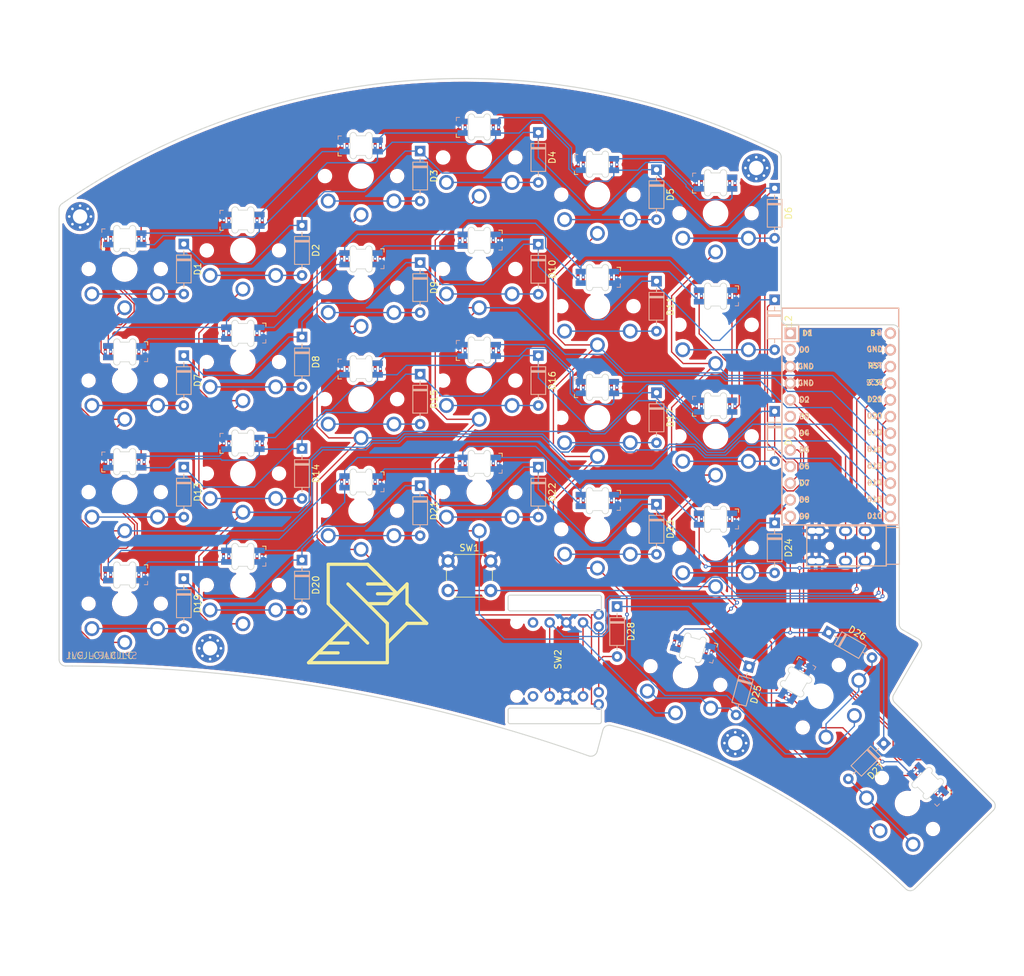
<source format=kicad_pcb>
(kicad_pcb (version 20240108) (generator "pcbnew") (generator_version "8.0")
  (layers (0 "F.Cu" signal) (31 "B.Cu" signal) (34 "B.Paste" user) (35 "F.Paste" user) (36 "B.SilkS" user "B.Silkscreen") (37 "F.SilkS" user "F.Silkscreen") (38 "B.Mask" user) (39 "F.Mask" user) (44 "Edge.Cuts" user))
  (net 0 "")
  (net 1 "Net-(D1-A)")
  (net 2 "Row 0")
  (net 3 "Net-(D2-A)")
  (net 4 "Net-(D3-A)")
  (net 5 "Net-(D4-A)")
  (net 6 "Net-(D5-A)")
  (net 7 "Net-(D6-A)")
  (net 8 "Net-(D7-A)")
  (net 9 "Row 1")
  (net 10 "Net-(D8-A)")
  (net 11 "Net-(D9-A)")
  (net 12 "Net-(D10-A)")
  (net 13 "Net-(D11-A)")
  (net 14 "Net-(D12-A)")
  (net 15 "Net-(D13-A)")
  (net 16 "Net-(D14-A)")
  (net 17 "Net-(D15-A)")
  (net 18 "Row 2")
  (net 19 "Net-(D16-A)")
  (net 20 "Net-(D17-A)")
  (net 21 "Net-(D18-A)")
  (net 22 "Net-(D19-A)")
  (net 23 "Net-(D20-A)")
  (net 24 "Net-(D21-A)")
  (net 25 "Row 3")
  (net 26 "Net-(D22-A)")
  (net 27 "Net-(D23-A)")
  (net 28 "Net-(D24-A)")
  (net 29 "Net-(D25-A)")
  (net 30 "Net-(D26-A)")
  (net 31 "Net-(D27-A)")
  (net 32 "Net-(D28-A)")
  (net 33 "Column 0")
  (net 34 "Column 1")
  (net 35 "Column 2")
  (net 36 "Column 3")
  (net 37 "Column 4")
  (net 38 "Column 5")
  (net 39 "Row 4")
  (net 40 "GND")
  (net 44 "RGB")
  (net 46 "SCR A")
  (net 47 "RST")
  (net 48 "SDA")
  (net 49 "VCC")
  (net 50 "SCR C")
  (net 51 "Net-(D29-DIN)")
  (net 54 "Net-(D30-DOUT)")
  (net 55 "Net-(D31-DOUT)")
  (net 56 "Net-(D32-DOUT)")
  (net 57 "Net-(D33-DOUT)")
  (net 58 "Net-(D34-DOUT)")
  (net 59 "Net-(D35-DOUT)")
  (net 60 "Net-(D36-DOUT)")
  (net 61 "Net-(D37-DOUT)")
  (net 62 "Net-(D38-DOUT)")
  (net 63 "Net-(D39-DOUT)")
  (net 64 "Net-(D40-DOUT)")
  (net 65 "Net-(D41-DOUT)")
  (net 66 "Net-(D42-DOUT)")
  (net 67 "Net-(D43-DOUT)")
  (net 68 "Net-(D44-DOUT)")
  (net 69 "Net-(D45-DOUT)")
  (net 70 "Net-(D46-DOUT)")
  (net 71 "Net-(D47-DOUT)")
  (net 72 "Net-(D48-DOUT)")
  (net 73 "Net-(D49-DOUT)")
  (net 74 "Net-(D50-DOUT)")
  (net 75 "Net-(D51-DOUT)")
  (net 76 "Net-(D52-DOUT)")
  (net 77 "Net-(D53-DOUT)")
  (net 78 "Net-(D54-DOUT)")
  (footprint "Flippy:SK6812_mini_e_flipable" (layer "F.Cu") (at 90 46.499994)
    (property "Reference" "D47" (hide yes))
    (property "Value" "LED_SK6812MINI" (hide yes))
    (fp_line (start -1.7 -1.36) (end -1.7 1.64) (stroke (width 0.1)) (layer "Edge.Cuts"))
    (fp_line (start -0.7 -1.36) (end 0.7 -1.36) (stroke (width 0.1)) (layer "Edge.Cuts"))
    (fp_line (start -0.7 1.64) (end 0.7 1.64) (stroke (width 0.1)) (layer "Edge.Cuts"))
    (fp_line (start 1.7 1.64) (end 1.7 -1.36) (stroke (width 0.1)) (layer "Edge.Cuts"))
    (fp_arc (start -1.7 -1.36) (mid -1.2 -1.86) (end -0.7 -1.36) (stroke (width 0.1)) (layer "Edge.Cuts"))
    (fp_arc (start -0.7 1.64) (mid -1.2 2.14) (end -1.7 1.64) (stroke (width 0.1)) (layer "Edge.Cuts"))
    (fp_arc (start 0.7 -1.36) (mid 1.2 -1.86) (end 1.7 -1.36) (stroke (width 0.1)) (layer "Edge.Cuts"))
    (fp_arc (start 1.7 1.64) (mid 1.2 2.14) (end 0.7 1.64) (stroke (width 0.1)) (layer "Edge.Cuts"))
  )
  (footprint "Flippy:SK6812_mini_e_flipable" (layer "F.Cu") (at 54 60.666664)
    (property "Reference" "D49" (hide yes))
    (property "Value" "LED_SK6812MINI" (hide yes))
    (fp_line (start -1.7 -1.36) (end -1.7 1.64) (stroke (width 0.1)) (layer "Edge.Cuts"))
    (fp_line (start -0.7 -1.36) (end 0.7 -1.36) (stroke (width 0.1)) (layer "Edge.Cuts"))
    (fp_line (start -0.7 1.64) (end 0.7 1.64) (stroke (width 0.1)) (layer "Edge.Cuts"))
    (fp_line (start 1.7 1.64) (end 1.7 -1.36) (stroke (width 0.1)) (layer "Edge.Cuts"))
    (fp_arc (start -1.7 -1.36) (mid -1.2 -1.86) (end -0.7 -1.36) (stroke (width 0.1)) (layer "Edge.Cuts"))
    (fp_arc (start -0.7 1.64) (mid -1.2 2.14) (end -1.7 1.64) (stroke (width 0.1)) (layer "Edge.Cuts"))
    (fp_arc (start 0.7 -1.36) (mid 1.2 -1.86) (end 1.7 -1.36) (stroke (width 0.1)) (layer "Edge.Cuts"))
    (fp_arc (start 1.7 1.64) (mid 1.2 2.14) (end 0.7 1.64) (stroke (width 0.1)) (layer "Edge.Cuts"))
  )
  (footprint "Flippy:Diode_DO-35-FLIP" (layer "F.Cu") (at 63 78.356686 -90)
    (property "Reference" "D14")
    (property "Value" "Diode")
  )
  (footprint "Flippy:Diode_DO-35-FLIP" (layer "F.Cu") (at 99 30.190008 -90)
    (property "Reference" "D4")
    (property "Value" "Diode")
  )
  (footprint "Flippy:Diode_DO-35-FLIP" (layer "F.Cu") (at 63 61.356682 -90)
    (property "Reference" "D8")
    (property "Value" "Diode")
  )
  (footprint "Flippy:Diode_DO-35-FLIP" (layer "F.Cu") (at 45 47.190012 -90)
    (property "Reference" "D1")
    (property "Value" "Diode")
  )
  (footprint "Flippy:Kailh-PG1350-1u-reversible-No-Clickhole" (layer "F.Cu") (at 54 99.16669)
    (property "Reference" "S20")
    (property "Value" "Keyswitch" (hide yes))
  )
  (footprint "Flippy:Kailh-PG1350-1u-reversible-No-Clickhole" (layer "F.Cu") (at 90 34.000008)
    (property "Reference" "S4")
    (property "Value" "Keyswitch" (hide yes))
  )
  (footprint "Flippy:Kailh-PG1350-1u-reversible-No-Clickhole" (layer "F.Cu") (at 126 42.50001)
    (property "Reference" "S6")
    (property "Value" "Keyswitch" (hide yes))
  )
  (footprint "Flippy:SK6812_mini_e_flipable" (layer "F.Cu") (at 72 66.333323 180)
    (property "Reference" "D41" (hide yes))
    (property "Value" "LED_SK6812MINI" (hide yes))
    (fp_line (start 1.7 1.64) (end 1.7 -1.36) (stroke (width 0.1)) (layer "Edge.Cuts"))
    (fp_line (start -0.7 1.64) (end 0.7 1.64) (stroke (width 0.1)) (layer "Edge.Cuts"))
    (fp_line (start -0.7 -1.36) (end 0.7 -1.36) (stroke (width 0.1)) (layer "Edge.Cuts"))
    (fp_line (start -1.7 -1.36) (end -1.7 1.64) (stroke (width 0.1)) (layer "Edge.Cuts"))
    (fp_arc (start 1.7 1.64) (mid 1.2 2.14) (end 0.7 1.64) (stroke (width 0.1)) (layer "Edge.Cuts"))
    (fp_arc (start 0.7 -1.36) (mid 1.2 -1.86) (end 1.7 -1.36) (stroke (width 0.1)) (layer "Edge.Cuts"))
    (fp_arc (start -0.7 1.64) (mid -1.2 2.14) (end -1.7 1.64) (stroke (width 0.1)) (layer "Edge.Cuts"))
    (fp_arc (start -1.7 -1.36) (mid -1.2 -1.86) (end -0.7 -1.36) (stroke (width 0.1)) (layer "Edge.Cuts"))
  )
  (footprint "Flippy:Kailh-PG1350-1u-reversible-No-Clickhole" (layer "F.Cu") (at 121.414214 112.94948 -15)
    (property "Reference" "S25")
    (property "Value" "Keyswitch" (hide yes))
  )
  (footprint "Flippy:Kailh-PG1350-1u-reversible-No-Clickhole" (layer "F.Cu") (at 72 36.833342)
    (property "Reference" "S3")
    (property "Value" "Keyswitch" (hide yes))
  )
  (footprint "Flippy:Kailh-PG1350-1u-reversible-No-Clickhole" (layer "F.Cu") (at 36 51.000012)
    (property "Reference" "S1")
    (property "Value" "Keyswitch" (hide yes))
  )
  (footprint "Flippy:MountingHole_2.2mm_M2_Pad_Via" (layer "F.Cu") (at 49 108.8)
    (property "Reference" "H2" (hide yes))
    (property "Value" "MountingHole" (hide yes))
  )
  (footprint "Flippy:Diode_DO-35-FLIP" (layer "F.Cu") (at 81 67.02335 -90)
    (property "Reference" "D15")
    (property "Value" "Diode")
  )
  (footprint "Flippy:Diode_DO-35-FLIP" (layer "F.Cu") (at 45 64.190016 -90)
    (property "Reference" "D7")
    (property "Value" "Diode")
  )
  (footprint "Flippy:Diode_DO-35-FLIP" (layer "F.Cu") (at 45 98.190024 -90)
    (property "Reference" "D19")
    (property "Value" "Diode")
  )
  (footprint "Flippy:Diode_DO-35-FLIP" (layer "F.Cu") (at 117 86.856688 -90)
    (property "Reference" "D23")
    (property "Value" "Diode")
  )
  (footprint "Flippy:MountingHole_2.2mm_M2_Pad_Via" (layer "F.Cu") (at 132.2 35.6)
    (property "Reference" "H4" (hide yes))
    (property "Value" "MountingHole" (hide yes))
  )
  (footprint "Flippy:SK6812_mini_e_flipable" (layer "F.Cu") (at 36 46.499994 180)
    (property "Reference" "D51" (hide yes))
    (property "Value" "LED_SK6812MINI" (hide yes))
    (fp_line (start 1.7 1.64) (end 1.7 -1.36) (stroke (width 0.1)) (layer "Edge.Cuts"))
    (fp_line (start -0.7 1.64) (end 0.7 1.64) (stroke (width 0.1)) (layer "Edge.Cuts"))
    (fp_line (start -0.7 -1.36) (end 0.7 -1.36) (stroke (width 0.1)) (layer "Edge.Cuts"))
    (fp_line (start -1.7 -1.36) (end -1.7 1.64) (stroke (width 0.1)) (layer "Edge.Cuts"))
    (fp_arc (start 1.7 1.64) (mid 1.2 2.14) (end 0.7 1.64) (stroke (width 0.1)) (layer "Edge.Cuts"))
    (fp_arc (start 0.7 -1.36) (mid 1.2 -1.86) (end 1.7 -1.36) (stroke (width 0.1)) (layer "Edge.Cuts"))
    (fp_arc (start -0.7 1.64) (mid -1.2 2.14) (end -1.7 1.64) (stroke (width 0.1)) (layer "Edge.Cuts"))
    (fp_arc (start -1.7 -1.36) (mid -1.2 -1.86) (end -0.7 -1.36) (stroke (width 0.1)) (layer "Edge.Cuts"))
  )
  (footprint "Flippy:SK6812_mini_e_flipable" (layer "F.Cu") (at 36 80.5 180)
    (property "Reference" "D39" (hide yes))
    (property "Value" "LED_SK6812MINI" (hide yes))
    (fp_line (start 1.7 1.64) (end 1.7 -1.36) (stroke (width 0.1)) (layer "Edge.Cuts"))
    (fp_line (start -0.7 1.64) (end 0.7 1.64) (stroke (width 0.1)) (layer "Edge.Cuts"))
    (fp_line (start -0.7 -1.36) (end 0.7 -1.36) (stroke (width 0.1)) (layer "Edge.Cuts"))
    (fp_line (start -1.7 -1.36) (end -1.7 1.64) (stroke (width 0.1)) (layer "Edge.Cuts"))
    (fp_arc (start 1.7 1.64) (mid 1.2 2.14) (end 0.7 1.64) (stroke (width 0.1)) (layer "Edge.Cuts"))
    (fp_arc (start 0.7 -1.36) (mid 1.2 -1.86) (end 1.7 -1.36) (stroke (width 0.1)) (layer "Edge.Cuts"))
    (fp_arc (start -0.7 1.64) (mid -1.2 2.14) (end -1.7 1.64) (stroke (width 0.1)) (layer "Edge.Cuts"))
    (fp_arc (start -1.7 -1.36) (mid -1.2 -1.86) (end -0.7 -1.36) (stroke (width 0.1)) (layer "Edge.Cuts"))
  )
  (footprint "Flippy:Kailh-PG1350-1u-reversible-No-Clickhole" (layer "F.Cu") (at 90 85.00002)
    (property "Reference" "S22")
    (property "Value" "Keyswitch" (hide yes))
  )
  (footprint "Flippy:SK6812_mini_e_flipable" (layer "F.Cu") (at 108 35.166658 180)
    (property "Reference" "D55" (hide yes))
    (property "Value" "LED_SK6812MINI" (hide yes))
    (fp_line (start 1.7 1.64) (end 1.7 -1.36) (stroke (width 0.1)) (layer "Edge.Cuts"))
    (fp_line (start -0.7 1.64) (end 0.7 1.64) (stroke (width 0.1)) (layer "Edge.Cuts"))
    (fp_line (start -0.7 -1.36) (end 0.7 -1.36) (stroke (width 0.1)) (layer "Edge.Cuts"))
    (fp_line (start -1.7 -1.36) (end -1.7 1.64) (stroke (width 0.1)) (layer "Edge.Cuts"))
    (fp_arc (start 1.7 1.64) (mid 1.2 2.14) (end 0.7 1.64) (stroke (width 0.1)) (layer "Edge.Cuts"))
    (fp_arc (start 0.7 -1.36) (mid 1.2 -1.86) (end 1.7 -1.36) (stroke (width 0.1)) (layer "Edge.Cuts"))
    (fp_arc (start -0.7 1.64) (mid -1.2 2.14) (end -1.7 1.64) (stroke (width 0.1)) (layer "Edge.Cuts"))
    (fp_arc (start -1.7 -1.36) (mid -1.2 -1.86) (end -0.7 -1.36) (stroke (width 0.1)) (layer "Edge.Cuts"))
  )
  (footprint "Flippy:Kailh-PG1350-1u-reversible-No-Clickhole" (layer "F.Cu") (at 108 39.666676)
    (property "Reference" "S5")
    (property "Value" "Keyswitch" (hide yes))
  )
  (footprint "Flippy:SK6812_mini_e_flipable" (layer "F.Cu") (at 126 72 180)
    (property "Reference" "D44" (hide yes))
    (property "Value" "LED_SK6812MINI" (hide yes))
    (fp_line (start 1.7 1.64) (end 1.7 -1.36) (stroke (width 0.1)) (layer "Edge.Cuts"))
    (fp_line (start -0.7 1.64) (end 0.7 1.64) (stroke (width 0.1)) (layer "Edge.Cuts"))
    (fp_line (start -0.7 -1.36) (end 0.7 -1.36) (stroke (width 0.1)) (layer "Edge.Cuts"))
    (fp_line (start -1.7 -1.36) (end -1.7 1.64) (stroke (width 0.1)) (layer "Edge.Cuts"))
    (fp_arc (start 1.7 1.64) (mid 1.2 2.14) (end 0.7 1.64) (stroke (width 0.1)) (layer "Edge.Cuts"))
    (fp_arc (start 0.7 -1.36) (mid 1.2 -1.86) (end 1.7 -1.36) (stroke (width 0.1)) (layer "Edge.Cuts"))
    (fp_arc (start -0.7 1.64) (mid -1.2 2.14) (end -1.7 1.64) (stroke (width 0.1)) (layer "Edge.Cuts"))
    (fp_arc (start -1.7 -1.36) (mid -1.2 -1.86) (end -0.7 -1.36) (stroke (width 0.1)) (layer "Edge.Cuts"))
  )
  (footprint "Flippy:Kailh-PG1350-1u-reversible-No-Clickhole" (layer "F.Cu") (at 155.2255 132.450741 -45)
    (property "Reference" "S27")
    (property "Value" "Keyswitch" (hide yes))
  )
  (footprint "Flippy:Diode_DO-35-FLIP" (layer "F.Cu") (at 99 81.19002 -90)
    (property "Reference" "D22")
    (property "Value" "Diode")
  )
  (footprint "Flippy:MountingHole_2.2mm_M2_Pad_Via" (layer "F.Cu") (at 129 123.250029)
    (property "Reference" "H3" (hide yes))
    (property "Value" "MountingHole" (hide yes))
  )
  (footprint "Flippy:evqwgd001" (layer "F.Cu") (at 102 110.500026 -90)
    (property "Reference" "SW2")
    (property "Value" "RotaryEncoder_Switch" (hide yes))
    (fp_line (start -9.5 7.6) (end -7.7 7.6) (stroke (width 0.15)) (layer "Edge.Cuts"))
    (fp_line (start 7.7 7.6) (end 9.5 7.6) (stroke (width 0.15)) (layer "Edge.Cuts"))
    (fp_line (start -7.4 7.3) (end -7.4 -6.3) (stroke (width 0.15)) (layer "Edge.Cuts"))
    (fp_line (start 9.8 7.3) (end 9.8 -6.3) (stroke (width 0.15)) (layer "Edge.Cuts"))
    (fp_line (start -9.8 -6.3) (end -9.8 7.3) (stroke (width 0.15)) (layer "Edge.Cuts"))
    (fp_line (start 7.4 -6.3) (end 7.4 7.3) (stroke (width 0.15)) (layer "Edge.Cuts"))
    (fp_line (start -7.7 -6.6) (end -9.5 -6.6) (stroke (width 0.15)) (layer "Edge.Cuts"))
    (fp_line (start 9.5 -6.6) (end 7.7 -6.6) (stroke (width 0.15)) (layer "Edge.Cuts"))
    (fp_arc (start -9.5 7.6) (mid -9.712132 7.512132) (end -9.8 7.3) (stroke (width 0.15)) (layer "Edge.Cuts"))
    (fp_arc (start 7.7 7.6) (mid 7.487868 7.512132) (end 7.4 7.3) (stroke (width 0.15)) (layer "Edge.Cuts"))
    (fp_arc (start -7.4 7.3) (mid -7.487868 7.512132) (end -7.7 7.6) (stroke (width 0.15)) (layer "Edge.Cuts"))
    (fp_arc (start 9.8 7.3) (mid 9.712132 7.512132) (end 9.5 7.6) (stroke (width 0.15)) (layer "Edge.Cuts"))
    (fp_arc (start -9.8 -6.3) (mid -9.712132 -6.512132) (end -9.5 -6.6) (stroke (width 0.15)) (layer "Edge.Cuts"))
    (fp_arc (start 7.4 -6.3) (mid 7.487868 -6.512132) (end 7.7 -6.6) (stroke (width 0.15)) (layer "Edge.Cuts"))
    (fp_arc (start -7.7 -6.6) (mid -7.487868 -6.512132) (end -7.4 -6.3) (stroke (width 0.15)) (layer "Edge.Cuts"))
    (fp_arc (start 9.5 -6.6) (mid 9.712132 -6.512132) (end 9.8 -6.3) (stroke (width 0.15)) (layer "Edge.Cuts"))
  )
  (footprint "Flippy:Diode_DO-35-FLIP" (layer "F.Cu") (at 45 81.19002 -90)
    (property "Reference" "D13")
    (property "Value" "Diode")
  )
  (footprint "Flippy:Diode_DO-35-FLIP" (layer "F.Cu") (at 81 84.023354 -90)
    (property "Reference" "D21")
    (property "Value" "Diode")
  )
  (footprint "Flippy:Kailh-PG1350-1u-reversible-No-Clickhole" (layer "F.Cu") (at 126 93.500022)
    (property "Reference" "S24")
    (property "Value" "Keyswitch" (hide yes))
  )
  (footprint "Flippy:Kailh-PG1350-1u-reversible-No-Clickhole" (layer "F.Cu") (at 36 102.000024)
    (property "Reference" "S19")
    (property "Value" "Keyswitch" (hide yes))
  )
  (footprint "Flippy:Kailh-PG1350-1u-reversible-No-Clickhole" (layer "F.Cu") (at 126 76.500018)
    (property "Reference" "S18")
    (property "Value" "Keyswitch" (hide yes))
  )
  (footprint "Flippy:Diode_DO-35-FLIP" (layer "F.Cu") (at 135 72.690018 -90)
    (property "Reference" "D18")
    (property "Value" "Diode")
  )
  (footprint "Flippy:Kailh-PG1350-1u-reversible-No-Clickhole" (layer "F.Cu") (at 36 68.000016)
    (property "Reference" "S7")
    (property "Value" "Keyswitch" (hide yes))
  )
  (footprint "Flippy:SK6812_mini_e_flipable" (layer "F.Cu") (at 90 63.5 180)
    (property "Reference" "D42" (hide yes))
    (property "Value" "LED_SK6812MINI" (hide yes))
    (fp_line (start 1.7 1.64) (end 1.7 -1.36) (stroke (width 0.1)) (layer "Edge.Cuts"))
    (fp_line (start -0.7 1.64) (end 0.7 1.64) (stroke (width 0.1)) (layer "Edge.Cuts"))
    (fp_line (start -0.7 -1.36) (end 0.7 -1.36) (stroke (width 0.1)) (layer "Edge.Cuts"))
    (fp_line (start -1.7 -1.36) (end -1.7 1.64) (stroke (width 0.1)) (layer "Edge.Cuts"))
    (fp_arc (start 1.7 1.64) (mid 1.2 2.14) (end 0.7 1.64) (stroke (width 0.1)) (layer "Edge.Cuts"))
    (fp_arc (start 0.7 -1.36) (mid 1.2 -1.86) (end 1.7 -1.36) (stroke (width 0.1)) (layer "Edge.Cuts"))
    (fp_arc (start -0.7 1.64) (mid -1.2 2.14) (end -1.7 1.64) (stroke (width 0.1)) (layer "Edge.Cuts"))
    (fp_arc (start -1.7 -1.36) (mid -1.2 -1.86) (end -0.7 -1.36) (stroke (width 0.1)) (layer "Edge.Cuts"))
  )
  (footprint "Flippy:SK6812_mini_e_flipable" (layer "F.Cu") (at 72 83.333323)
    (property "Reference" "D36" (hide yes))
    (property "Value" "LED_SK6812MINI" (hide yes))
    (fp_line (start -1.7 -1.36) (end -1.7 1.64) (stroke (width 0.1)) (layer "Edge.Cuts"))
    (fp_line (start -0.7 -1.36) (end 0.7 -1.36) (stroke (width 0.1)) (layer "Edge.Cuts"))
    (fp_line (start -0.7 1.64) (end 0.7 1.64) (stroke (width 0.1)) (layer "Edge.Cuts"))
    (fp_line (start 1.7 1.64) (end 1.7 -1.36) (stroke (width 0.1)) (layer "Edge.Cuts"))
    (fp_arc (start -1.7 -1.36) (mid -1.2 -1.86) (end -0.7 -1.36) (stroke (width 0.1)) (layer "Edge.Cuts"))
    (fp_arc (start -0.7 1.64) (mid -1.2 2.14) (end -1.7 1.64) (stroke (width 0.1)) (layer "Edge.Cuts"))
    (fp_arc (start 0.7 -1.36) (mid 1.2 -1.86) (end 1.7 -1.36) (stroke (width 0.1)) (layer "Edge.Cuts"))
    (fp_arc (start 1.7 1.64) (mid 1.2 2.14) (end 0.7 1.64) (stroke (width 0.1)) (layer "Edge.Cuts"))
  )
  (footprint "Flippy:Diode_DO-35-FLIP" (layer "F.Cu") (at 135 55.690014 -90)
    (property "Reference" "D12")
    (property "Value" "Diode")
  )
  (footprint "Flippy:Kailh-PG1350-1u-reversible-No-Clickhole" (layer "F.Cu") (at 36 85.00002)
    (property "Reference" "S13")
    (property "Value" "Keyswitch" (hide yes))
  )
  (footprint "Flippy:SK6812_mini_e_flipable" (layer "F.Cu") (at 108 69.166657 180)
    (property "Reference" "D43" (hide yes))
    (property "Value" "LED_SK6812MINI" (hide yes))
    (fp_line (start 1.7 1.64) (end 1.7 -1.36) (stroke (width 0.1)) (layer "Edge.Cuts"))
    (fp_line (start -0.7 1.64) (end 0.7 1.64) (stroke (width 0.1)) (layer "Edge.Cuts"))
    (fp_line (start -0.7 -1.36) (end 0.7 -1.36) (stroke (width 0.1)) (layer "Edge.Cuts"))
    (fp_line (start -1.7 -1.36) (end -1.7 1.64) (stroke (width 0.1)) (layer "Edge.Cuts"))
    (fp_arc (start 1.7 1.64) (mid 1.2 2.14) (end 0.7 1.64) (stroke (width 0.1)) (layer "Edge.Cuts"))
    (fp_arc (start 0.7 -1.36) (mid 1.2 -1.86) (end 1.7 -1.36) (stroke (width 0.1)) (layer "Edge.Cuts"))
    (fp_arc (start -0.7 1.64) (mid -1.2 2.14) (end -1.7 1.64) (stroke (width 0.1)) (layer "Edge.Cuts"))
    (fp_arc (start -1.7 -1.36) (mid -1.2 -1.86) (end -0.7 -1.36) (stroke (width 0.1)) (layer "Edge.Cuts"))
  )
  (footprint "Flippy:Diode_DO-35-FLIP" (layer "F.Cu") (at 143.230886 106.41 -30)
    (property "Reference" "D26")
    (property "Value" "Diode")
  )
  (footprint "Flippy:SK6812_mini_e_flipable" (layer "F.Cu") (at 36 63.499998)
    (property "Reference" "D50" (hide yes))
    (property "Value" "LED_SK6812MINI" (hide yes))
    (fp_line (start -1.7 -1.36) (end -1.7 1.64) (stroke (width 0.1)) (layer "Edge.Cuts"))
    (fp_line (start -0.7 -1.36) (end 0.7 -1.36) (stroke (width 0.1)) (layer "Edge.Cuts"))
    (fp_line (start -0.7 1.64) (end 0.7 1.64) (stroke (width 0.1)) (layer "Edge.Cuts"))
    (fp_line (start 1.7 1.64) (end 1.7 -1.36) (stroke (width 0.1)) (layer "Edge.Cuts"))
    (fp_arc (start -1.7 -1.36) (mid -1.2 -1.86) (end -0.7 -1.36) (stroke (width 0.1)) (layer "Edge.Cuts"))
    (fp_arc (start -0.7 1.64) (mid -1.2 2.14) (end -1.7 1.64) (stroke (width 0.1)) (layer "Edge.Cuts"))
    (fp_arc (start 0.7 -1.36) (mid 1.2 -1.86) (end 1.7 -1.36) (stroke (width 0.1)) (layer "Edge.Cuts"))
    (fp_arc (start 1.7 1.64) (mid 1.2 2.14) (end 0.7 1.64) (stroke (width 0.1)) (layer "Edge.Cuts"))
  )
  (footprint "Flippy:SK6812_mini_e_flipable" (layer "F.Cu") (at 122.578899 108.602814 -15)
    (property "Reference" "D32" (hide yes))
    (property "Value" "LED_SK6812MINI" (hide yes))
    (fp_line (start -1.7 -1.36) (end -1.7 1.64) (stroke (width 0.1)) (layer "Edge.Cuts"))
    (fp_line (start -0.7 1.64) (end 0.7 1.64) (stroke (width 0.1)) (layer "Edge.Cuts"))
    (fp_line (start -0.7 -1.36) (end 0.7 -1.36) (stroke (width 0.1)) (layer "Edge.Cuts"))
    (fp_line (start 1.7 1.64) (end 1.7 -1.36) (stroke (width 0.1)) (layer "Edge.Cuts"))
    (fp_arc (start -1.7 -1.36) (mid -1.199999 -1.86) (end -0.7 -1.36) (stroke (width 0.1)) (layer "Edge.Cuts"))
    (fp_arc (start -0.7 1.64) (mid -1.199999 2.14) (end -1.7 1.64) (stroke (width 0.1)) (layer "Edge.Cuts"))
    (fp_arc (start 0.7 -1.36) (mid 1.200001 -1.86) (end 1.7 -1.36) (stroke (width 0.1)) (layer "Edge.Cuts"))
    (fp_arc (start 1.7 1.64) (mid 1.2 2.14) (end 0.7 1.64) (stroke (width 0.1)) (layer "Edge.Cuts"))
  )
  (footprint "Flippy:Diode_DO-35-FLIP" (layer "F.Cu") (at 135 89.690022 -90)
    (property "Reference" "D24")
    (property "Value" "Diode")
  )
  (footprint "Flippy:SK6812_mini_e_flipable" (layer "F.Cu") (at 138.136665 113.859695 60)
    (property "Reference" "D31" (hide yes))
    (property "Value" "LED_SK6812MINI" (hide yes))
    (fp_line (start -1.7 -1.36) (end -1.7 1.64) (stroke (width 0.1)) (layer "Edge.Cuts"))
    (fp_line (start -0.7 -1.36) (end 0.7 -1.36) (stroke (width 0.1)) (layer "Edge.Cuts"))
    (fp_line (start -0.7 1.64) (end 0.7 1.64) (stroke (width 0.1)) (layer "Edge.Cuts"))
    (fp_line (start 1.7 1.64) (end 1.7 -1.36) (stroke (width 0.1)) (layer "Edge.Cuts"))
    (fp_arc (start -1.7 -1.36) (mid -1.2 -1.860001) (end -0.7 -1.36) (stroke (width 0.1)) (layer "Edge.Cuts"))
    (fp_arc (start 0.7 -1.36) (mid 1.2 -1.86) (end 1.7 -1.36) (stroke (width 0.1)) (layer "Edge.Cuts"))
    (fp_arc (start -0.7 1.64) (mid -1.2 2.139999) (end -1.7 1.64) (stroke (width 0.1)) (layer "Edge.Cuts"))
    (fp_arc (start 1.7 1.64) (mid 1.2 2.140001) (end 0.7 1.64) (stroke (width 0.1)) (layer "Edge.Cuts"))
  )
  (footprint "Flippy:Kailh-PG1350-1u-reversible-No-Clickhole" (layer "F.Cu") (at 72 87.833354)
    (property "Reference" "S21")
    (property "Value" "Keyswitch" (hide yes))
  )
  (footprint "Flippy:Kailh-PG1350-1u-reversible-No-Clickhole" (layer "F.Cu") (at 126 59.500014)
    (property "Reference" "S12")
    (property "Value" "Keyswitch" (hide yes))
  )
  (footprint "Flippy:Diode_DO-35-FLIP" (layer "F.Cu") (at 135 38.69001 -90)
    (property "Reference" "D6")
    (property "Value" "Diode")
  )
  (footprint "Flippy:Diode_DO-35-FLIP" (layer "F.Cu") (at 99 47.223342 -90)
    (property "Reference" "D10")
    (property "Value" "Diode")
  )
  (footprint "Button_Switch_THT:SW_PUSH_6mm_H4.3mm" (layer "F.Cu") (at 85.25 95.500023)
    (property "Reference" "SW1")
    (property "Value" "SW_Push")
  )
  (footprint "Flippy:Diode_DO-35-FLIP" (layer "F.Cu") (at 81 33.023342 -90)
    (property "Reference" "D3")
    (property "Value" "Diode")
  )
  (footprint "Flippy:SK6812_mini_e_flipable" (layer "F.Cu") (at 108 52.166662)
    (property "Reference" "D46" (hide yes))
    (property "Value" "LED_SK6812MINI" (hide yes))
    (fp_line (start -1.7 -1.36) (end -1.7 1.64) (stroke (width 0.1)) (layer "Edge.Cuts"))
    (fp_line (start -0.7 -1.36) (end 0.7 -1.36) (stroke (width 0.1)) (layer "Edge.Cuts"))
    (fp_line (start -0.7 1.64) (end 0.7 1.64) (stroke (width 0.1)) (layer "Edge.Cuts"))
    (fp_line (start 1.7 1.64) (end 1.7 -1.36) (stroke (width 0.1)) (layer "Edge.Cuts"))
    (fp_arc (start -1.7 -1.36) (mid -1.2 -1.86) (end -0.7 -1.36) (stroke (width 0.1)) (layer "Edge.Cuts"))
    (fp_arc (start -0.7 1.64) (mid -1.2 2.14) (end -1.7 1.64) (stroke (width 0.1)) (layer "Edge.Cuts"))
    (fp_arc (start 0.7 -1.36) (mid 1.2 -1.86) (end 1.7 -1.36) (stroke (width 0.1)) (layer "Edge.Cuts"))
    (fp_arc (start 1.7 1.64) (mid 1.2 2.14) (end 0.7 1.64) (stroke (width 0.1)) (layer "Edge.Cuts"))
  )
  (footprint "Flippy:Diode_DO-35-FLIP" (layer "F.Cu") (at 131.097201 111.599645 -105)
    (property "Reference" "D25")
    (property "Value" "Diode")
  )
  (footprint "Flippy:SK6812_mini_e_flipable" (layer "F.Cu") (at 72 32.333324 180)
    (property "Reference" "D53" (hide yes))
    (property "Value" "LED_SK6812MINI" (hide yes))
    (fp_line (start 1.7 1.64) (end 1.7 -1.36) (stroke (width 0.1)) (layer "Edge.Cuts"))
    (fp_line (start -0.7 1.64) (end 0.7 1.64) (stroke (width 0.1)) (layer "Edge.Cuts"))
    (fp_line (start -0.7 -1.36) (end 0.7 -1.36) (stroke (width 0.1)) (layer "Edge.Cuts"))
    (fp_line (start -1.7 -1.36) (end -1.7 1.64) (stroke (width 0.1)) (layer "Edge.Cuts"))
    (fp_arc (start 1.7 1.64) (mid 1.2 2.14) (end 0.7 1.64) (stroke (width 0.1)) (layer "Edge.Cuts"))
    (fp_arc (start 0.7 -1.36) (mid 1.2 -1.86) (end 1.7 -1.36) (stroke (width 0.1)) (layer "Edge.Cuts"))
    (fp_arc (start -0.7 1.64) (mid -1.2 2.14) (end -1.7 1.64) (stroke (width 0.1)) (layer "Edge.Cuts"))
    (fp_arc (start -1.7 -1.36) (mid -1.2 -1.86) (end -0.7 -1.36) (stroke (width 0.1)) (layer "Edge.Cuts"))
  )
  (footprint "Flippy:Kailh-PG1350-1u-reversible-No-Clickhole" (layer "F.Cu") (at 108 73.666684)
    (property "Reference" "S17")
    (property "Value" "Keyswitch" (hide yes))
  )
  (footprint "Flippy:SK6812_mini_e_flipable" (layer "F.Cu") (at 90 80.5)
    (property "Reference" "D35" (hide yes))
    (property "Value" "LED_SK6812MINI" (hide yes))
    (fp_line (start -1.7 -1.36) (end -1.7 1.64) (stroke (width 0.1)) (layer "Edge.Cuts"))
    (fp_line (start -0.7 -1.36) (end 0.7 -1.36) (stroke (width 0.1)) (layer "Edge.Cuts"))
    (fp_line (start -0.7 1.64) (end 0.7 1.64) (stroke (width 0.1)) (layer "Edge.Cuts"))
    (fp_line (start 1.7 1.64) (end 1.7 -1.36) (stroke (width 0.1)) (layer "Edge.Cuts"))
    (fp_arc (start -1.7 -1.36) (mid -1.2 -1.86) (end -0.7 -1.36) (stroke (width 0.1)) (layer "Edge.Cuts"))
    (fp_arc (start -0.7 1.64) (mid -1.2 2.14) (end -1.7 1.64) (stroke (width 0.1)) (layer "Edge.Cuts"))
    (fp_arc (start 0.7 -1.36) (mid 1.2 -1.86) (end 1.7 -1.36) (stroke (width 0.1)) (layer "Edge.Cuts"))
    (fp_arc (start 1.7 1.64) (mid 1.2 2.14) (end 0.7 1.64) (stroke (width 0.1)) (layer "Edge.Cuts"))
  )
  (footprint "Flippy:Kailh-PG1350-1u-reversible-No-Clickhole" (layer "F.Cu") (at 72 53.833346)
    (property "Reference" "S9")
    (property "Value" "Keyswitch" (hide yes))
  )
  (footprint "Flippy:Diode_DO-35-FLIP" (layer "F.Cu") (at 63 44.356678 -90)
    (property "Reference" "D2")
    (property "Value" "Diode")
  )
  (footprint "Flippy:SK6812_mini_e_flipable" (layer "F.Cu") (at 54 43.66666 180)
    (property "Reference" "D52" (hide yes))
    (property "Value" "LED_SK6812MINI" (hide yes))
    (fp_line (start 1.7 1.64) (end 1.7 -1.36) (stroke (width 0.1)) (layer "Edge.Cuts"))
    (fp_line (start -0.7 1.64) (end 0.7 1.64) (stroke (width 0.1)) (layer "Edge.Cuts"))
    (fp_line (start -0.7 -1.36) (end 0.7 -1.36) (stroke (width 0.1)) (layer "Edge.Cuts"))
    (fp_line (start -1.7 -1.36) (end -1.7 1.64) (stroke (width 0.1)) (layer "Edge.Cuts"))
    (fp_arc (start 1.7 1.64) (mid 1.2 2.14) (end 0.7 1.64) (stroke (width 0.1)) (layer "Edge.Cuts"))
    (fp_arc (start 0.7 -1.36) (mid 1.2 -1.86) (end 1.7 -1.36) (stroke (width 0.1)) (layer "Edge.Cuts"))
    (fp_arc (start -0.7 1.64) (mid -1.2 2.14) (end -1.7 1.64) (stroke (width 0.1)) (layer "Edge.Cuts"))
    (fp_arc (start -1.7 -1.36) (mid -1.2 -1.86) (end -0.7 -1.36) (stroke (width 0.1)) (layer "Edge.Cuts"))
  )
  (footprint "Flippy:SK6812_mini_e_flipable" (layer "F.Cu") (at 108 86.166657)
    (property "Reference" "D34" (hide yes))
    (property "Value" "LED_SK6812MINI" (hide yes))
    (fp_line (start -1.7 -1.36) (end -1.7 1.64) (stroke (width 0.1)) (layer "Edge.Cuts"))
    (fp_line (start -0.7 -1.36) (end 0.7 -1.36) (stroke (width 0.1)) (layer "Edge.Cuts"))
    (fp_line (start -0.7 1.64) (end 0.7 1.64) (stroke (width 0.1)) (layer "Edge.Cuts"))
    (fp_line (start 1.7 1.64) (end 1.7 -1.36) (stroke (width 0.1)) (layer "Edge.Cuts"))
    (fp_arc (start -1.7 -1.36) (mid -1.2 -1.86) (end -0.7 -1.36) (stroke (width 0.1)) (layer "Edge.Cuts"))
    (fp_arc (start -0.7 1.64) (mid -1.2 2.14) (end -1.7 1.64) (stroke (width 0.1)) (layer "Edge.Cuts"))
    (fp_arc (start 0.7 -1.36) (mid 1.2 -1.86) (end 1.7 -1.36) (stroke (width 0.1)) (layer "Edge.Cuts"))
    (fp_arc (start 1.7 1.64) (mid 1.2 2.14) (end 0.7 1.64) (stroke (width 0.1)) (layer "Edge.Cuts"))
  )
  (footprint "Flippy:Diode_DO-35-FLIP" (layer "F.Cu") (at 63 95.35669 -90)
    (property "Reference" "D20")
    (property "Value" "Diode")
  )
  (footprint "Flippy:Kailh-PG1350-1u-reversible-No-Clickhole" (layer "F.Cu") (at 108 90.666688)
    (property "Reference" "S23")
    (property "Value" "Keyswitch" (hide yes))
  )
  (footprint "Flippy:Kailh-PG1350-1u-reversible-No-Clickhole" (layer "F.Cu") (at 54 82.166686)
    (property "Reference" "S14")
    (property "Value" "Keyswitch" (hide yes))
  )
  (footprint "ScottoKeebs_MCU:Nice_Nano_V2" (layer "F.Cu") (at 145 74.74999)
    (property "Reference" "U2" (hide yes))
    (property "Value" "Nice_Nano_V2" (hide yes))
  )
  (footprint "Flippy:SK6812_mini_e_flipable" (layer "F.Cu") (at 36 97.5)
    (property "Reference" "D38" (hide yes))
    (property "Value" "LED_SK6812MINI" (hide yes))
    (fp_line (start -1.7 -1.36) (end -1.7 1.64) (stroke (width 0.1)) (layer "Edge.Cuts"))
    (fp_line (start -0.7 -1.36) (end 0.7 -1.36) (stroke (width 0.1)) (layer "Edge.Cuts"))
    (fp_line (start -0.7 1.64) (end 0.7 1.64) (stroke (width 0.1)) (layer "Edge.Cuts"))
    (fp_line (start 1.7 1.64) (end 1.7 -1.36) (stroke (width 0.1)) (layer "Edge.Cuts"))
    (fp_arc (start -1.7 -1.36) (mid -1.2 -1.86) (end -0.7 -1.36) (stroke (width 0.1)) (layer "Edge.Cuts"))
    (fp_arc (start -0.7 1.64) (mid -1.2 2.14) (end -1.7 1.64) (stroke (width 0.1)) (layer "Edge.Cuts"))
    (fp_arc (start 0.7 -1.36) (mid 1.2 -1.86) (end 1.7 -1.36) (stroke (width 0.1)) (layer "Edge.Cuts"))
    (fp_arc (start 1.7 1.64) (mid 1.2 2.14) (end 0.7 1.64) (stroke (width 0.1)) (layer "Edge.Cuts"))
  )
  (footprint "Flippy:Kailh-PG1350-1u-reversible-No-Clickhole" (layer "F.Cu") (at 54 65.166682)
    (property "Reference" "S8")
    (property "Value" "Keyswitch" (hide yes))
  )
  (footprint "Flippy:SK6812_mini_e_flipable" (layer "F.Cu") (at 72 49.333328)
    (property "Reference" "D48" (hide yes))
    (property "Value" "LED_SK6812MINI" (hide yes))
    (fp_line (start -1.7 -1.36) (end -1.7 1.64) (stroke (width 0.1)) (layer "Edge.Cuts"))
    (fp_line (start -0.7 -1.36) (end 0.7 -1.36) (stroke (width 0.1)) (layer "Edge.Cuts"))
    (fp_line (start -0.7 1.64) (end 0.7 1.64) (stroke (width 0.1)) (layer "Edge.Cuts"))
    (fp_line (start 1.7 1.64) (end 1.7 -1.36) (stroke (width 0.1)) (layer "Edge.Cuts"))
    (fp_arc (start -1.7 -1.36) (mid -1.2 -1.86) (end -0.7 -1.36) (stroke (width 0.1)) (layer "Edge.Cuts"))
    (fp_arc (start -0.7 1.64) (mid -1.2 2.14) (end -1.7 1.64) (stroke (width 0.1)) (layer "Edge.Cuts"))
    (fp_arc (start 0.7 -1.36) (mid 1.2 -1.86) (end 1.7 -1.36) (stroke (width 0.1)) (layer "Edge.Cuts"))
    (fp_arc (start 1.7 1.64) (mid 1.2 2.14) (end 0.7 1.64) (stroke (width 0.1)) (layer "Edge.Cuts"))
  )
  (footprint "Flippy:MountingHole_2.2mm_M2_Pad_Via" (layer "F.Cu") (at 29.2 43)
    (property "Reference" "H1" (hide yes))
    (property "Value" "MountingHole" (hide yes))
  )
  (footprint "Flippy:Diode_DO-35-FLIP" (layer "F.Cu") (at 111 102.440025 -90)
    (property "Reference" "D28")
    (property "Value" "Diode")
  )
  (footprint "Flippy:SK6812_mini_e_flipable" (layer "F.Cu") (at 158.40748 129.26876 -45)
    (property "Reference" "D30" (hide yes))
    (property "Value" "LED_SK6812MINI" (hide yes))
    (fp_line (start -0.7 1.64) (end 0.7 1.64) (stroke (width 0.1)) (layer "Edge.Cuts"))
    (fp_line (start -1.7 -1.36) (end -1.7 1.640001) (stroke (width 0.1)) (layer "Edge.Cuts"))
    (fp_line (start 1.7 1.640001) (end 1.7 -1.36) (stroke (width 0.1)) (layer "Edge.Cuts"))
    (fp_line (start -0.7 -1.36) (end 0.7 -1.36) (stroke (width 0.1)) (layer "Edge.Cuts"))
    (fp_arc (start -0.7 1.64) (mid -1.2 2.139999) (end -1.7 1.640001) (stroke (width 0.1)) (layer "Edge.Cuts"))
    (fp_arc (start -1.7 -1.36) (mid -1.199999 -1.86) (end -0.7 -1.36) (stroke (width 0.1)) (layer "Edge.Cuts"))
    (fp_arc (start 1.7 1.640001) (mid 1.199999 2.14) (end 0.7 1.64) (stroke (width 0.1)) (layer "Edge.Cuts"))
    (fp_arc (start 0.7 -1.36) (mid 1.2 -1.859999) (end 1.7 -1.36) (stroke (width 0.1)) (layer "Edge.Cuts"))
  )
  (footprint "Flippy:Diode_DO-35-FLIP" (layer "F.Cu") (at 151.614077 123.305924 -135)
    (property "Reference" "D27")
    (property "Value" "Diode")
  )
  (footprint "Flippy:SK6812_mini_e_flipable" (layer "F.Cu") (at 54 94.666657)
    (property "Reference" "D37" (hide yes))
    (property "Value" "LED_SK6812MINI" (hide yes))
    (fp_line (start -1.7 -1.36) (end -1.7 1.64) (stroke (width 0.1)) (layer "Edge.Cuts"))
    (fp_line (start -0.7 -1.36) (end 0.7 -1.36) (stroke (width 0.1)) (layer "Edge.Cuts"))
    (fp_line (start -0.7 1.64) (end 0.7 1.64) (stroke (width 0.1)) (layer "Edge.Cuts"))
    (fp_line (start 1.7 1.64) (end 1.7 -1.36) (stroke (width 0.1)) (layer "Edge.Cuts"))
    (fp_arc (start -1.7 -1.36) (mid -1.2 -1.86) (end -0.7 -1.36) (stroke (width 0.1)) (layer "Edge.Cuts"))
    (fp_arc (start -0.7 1.64) (mid -1.2 2.14) (end -1.7 1.64) (stroke (width 0.1)) (layer "Edge.Cuts"))
    (fp_arc (start 0.7 -1.36) (mid 1.2 -1.86) (end 1.7 -1.36) (stroke (width 0.1)) (layer "Edge.Cuts"))
    (fp_arc (start 1.7 1.64) (mid 1.2 2.14) (end 0.7 1.64) (stroke (width 0.1)) (layer "Edge.Cuts"))
  )
  (footprint "Flippy:Diode_DO-35-FLIP" (layer "F.Cu") (at 117 52.85668 -90)
    (property "Reference" "D11")
    (property "Value" "Diode")
  )
  (footprint "Flippy:Diode_DO-35-FLIP" (layer "F.Cu") (at 117 35.856676 -90)
    (property "Reference" "D5")
    (property "Value" "Diode")
  )
  (footprint "Flippy:Diode_DO-35-FLIP" (layer "F.Cu") (at 81 50.023346 -90)
    (property "Reference" "D9")
    (property "Value" "Diode")
  )
  (footprint "Flippy:Kailh-PG1350-1u-reversible-No-Clickhole" (layer "F.Cu") (at 90 51.000012)
    (property "Reference" "S10")
    (property "Value" "Keyswitch" (hide yes))
  )
  (footprint "Flippy:Kailh-PG1350-1u-reversible-No-Clickhole" (layer "F.Cu") (at 108 56.66668)
    (property "Reference" "S11")
    (property "Value" "Keyswitch" (hide yes))
  )
  (footprint "Flippy:Kailh-PG1350-1u-reversible-No-Clickhole" (layer "F.Cu") (at 142.033779 116.109695 60)
    (property "Reference" "S26")
    (property "Value" "Keyswitch" (hide yes))
  )
  (footprint "Flippy:SK6812_mini_e_flipable" (layer "F.Cu") (at 126 37.999992 180)
    (property "Reference" "D29" (hide yes))
    (property "Value" "LED_SK6812MINI" (hide yes))
    (fp_line (start 1.7 1.64) (end 1.7 -1.36) (stroke (width 0.1)) (layer "Edge.Cuts"))
    (fp_line (start -0.7 1.64) (end 0.7 1.64) (stroke (width 0.1)) (layer "Edge.Cuts"))
    (fp_line (start -0.7 -1.36) (end 0.7 -1.36) (stroke (width 0.1)) (layer "Edge.Cuts"))
    (fp_line (start -1.7 -1.36) (end -1.7 1.64) (stroke (width 0.1)) (layer "Edge.Cuts"))
    (fp_arc (start 1.7 1.64) (mid 1.2 2.14) (end 0.7 1.64) (stroke (width 0.1)) (layer "Edge.Cuts"))
    (fp_arc (start 0.7 -1.36) (mid 1.2 -1.86) (end 1.7 -1.36) (stroke (width 0.1)) (layer "Edge.Cuts"))
    (fp_arc (start -0.7 1.64) (mid -1.2 2.14) (end -1.7 1.64) (stroke (width 0.1)) (layer "Edge.Cuts"))
    (fp_arc (start -1.7 -1.36) (mid -1.2 -1.86) (end -0.7 -1.36) (stroke (width 0.1)) (layer "Edge.Cuts"))
  )
  (footprint "Flippy:SK6812_mini_e_flipable" (layer "F.Cu") (at 90 29.49999 180)
    (property "Reference" "D54" (hide yes))
    (property "Value" "LED_SK6812MINI" (hide yes))
    (fp_line (start 1.7 1.64) (end 1.7 -1.36) (stroke (width 0.1)) (layer "Edge.Cuts"))
    (fp_line (start -0.7 1.64) (end 0.7 1.64) (stroke (width 0.1)) (layer "Edge.Cuts"))
    (fp_line (start -0.7 -1.36) (end 0.7 -1.36) (stroke (width 0.1)) (layer "Edge.Cuts"))
    (fp_line (start -1.7 -1.36) (end -1.7 1.64) (stroke (width 0.1)) (layer "Edge.Cuts"))
    (fp_arc (start 1.7 1.64) (mid 1.2 2.14) (end 0.7 1.64) (stroke (width 0.1)) (layer "Edge.Cuts"))
    (fp_arc (start 0.7 -1.36) (mid 1.2 -1.86) (end 1.7 -1.36) (stroke (width 0.1)) (layer "Edge.Cuts"))
    (fp_arc (start -0.7 1.64) (mid -1.2 2.14) (end -1.7 1.64) (stroke (width 0.1)) (layer "Edge.Cuts"))
    (fp_arc (start -1.7 -1.36) (mid -1.2 -1.86) (end -0.7 -1.36) (stroke (width 0.1)) (layer "Edge.Cuts"))
  )
  (footprint "Flippy:Diode_DO-35-FLIP" (layer "F.Cu") (at 99 64.190016 -90)
    (property "Reference" "D16")
    (property "Value" "Diode")
  )
  (footprint "Flippy:Kailh-PG1350-1u-reversible-No-Clickhole" (layer "F.Cu") (at 72 70.83335)
    (property "Reference" "S15")
    (property "Value" "Keyswitch" (hide yes))
  )
  (footprint "Flippy:SK6812_mini_e_flipable" (layer "F.Cu") (at 126 89)
    (property "Reference" "D33" (hide yes))
    (property "Value" "LED_SK6812MINI" (hide yes))
    (fp_line (start -1.7 -1.36) (end -1.7 1.64) (stroke (width 0.1)) (layer "Edge.Cuts"))
    (fp_line (start -0.7 -1.36) (end 0.7 -1.36) (stroke (width 0.1)) (layer "Edge.Cuts"))
    (fp_line (start -0.7 1.64) (end 0.7 1.64) (stroke (width 0.1)) (layer "Edge.Cuts"))
    (fp_line (start 1.7 1.64) (end 1.7 -1.36) (stroke (width 0.1)) (layer "Edge.Cuts"))
    (fp_arc (start -1.7 -1.36) (mid -1.2 -1.86) (end -0.7 -1.36) (stroke (width 0.1)) (layer "Edge.Cuts"))
    (fp_arc (start -0.7 1.64) (mid -1.2 2.14) (end -1.7 1.64) (stroke (width 0.1)) (layer "Edge.Cuts"))
    (fp_arc (start 0.7 -1.36) (mid 1.2 -1.86) (end 1.7 -1.36) (stroke (width 0.1)) (layer "Edge.Cuts"))
    (fp_arc (start 1.7 1.64) (mid 1.2 2.14) (end 0.7 1.64) (stroke (width 0.1)) (layer "Edge.Cuts"))
  )
  (footprint "Flippy:Kailh-PG1350-1u-reversible-No-Clickhole" (layer "F.Cu") (at 90 68.000016)
    (property "Reference" "S16")
    (property "Value" "Keyswitch" (hide yes))
  )
  (footprint "Flippy:Kailh-PG1350-1u-reversible-No-Clickhole" (layer "F.Cu") (at 54 48.166678)
    (property "Reference" "S2")
    (property "Value" "Keyswitch" (hide yes))
  )
  (footprint "Flippy:TRRS_PJ-320A_FLIP" (layer "F.Cu") (at 152 93.2 -90)
    (property "Reference" "U1")
    (property "Value" "TRRS")
  )
  (footprint "Flippy:Diode_DO-35-FLIP" (layer "F.Cu") (at 117 69.856684 -90)
    (property "Reference" "D17")
    (property "Value" "Diode")
  )
  (footprint "Flippy:SK6812_mini_e_flipable" (layer "F.Cu") (at 126 54.999996)
    (property "Reference" "D45" (hide yes))
    (property "Value" "LED_SK6812MINI" (hide yes))
    (fp_line (start -1.7 -1.36) (end -1.7 1.64) (stroke (width 0.1)) (layer "Edge.Cuts"))
    (fp_line (start -0.7 -1.36) (end 0.7 -1.36) (stroke (width 0.1)) (layer "Edge.Cuts"))
    (fp_line (start -0.7 1.64) (end 0.7 1.64) (stroke (width 0.1)) (layer "Edge.Cuts"))
    (fp_line (start 1.7 1.64) (end 1.7 -1.36) (stroke (width 0.1)) (layer "Edge.Cuts"))
    (fp_arc (start -1.7 -1.36) (mid -1.2 -1.86) (end -0.7 -1.36) (stroke (width 0.1)) (layer "Edge.Cuts"))
    (fp_arc (start -0.7 1.64) (mid -1.2 2.14) (end -1.7 1.64) (stroke (width 0.1)) (layer "Edge.Cuts"))
    (fp_arc (start 0.7 -1.36) (mid 1.2 -1.86) (end 1.7 -1.36) (stroke (width 0.1)) (layer "Edge.Cuts"))
    (fp_arc (start 1.7 1.64) (mid 1.2 2.14) (end 0.7 1.64) (stroke (width 0.1)) (layer "Edge.Cuts"))
  )
  (footprint "Flippy:SK6812_mini_e_flipable" (layer "F.Cu") (at 54 77.666657 180)
    (property "Reference" "D40" (hide yes))
    (property "Value" "LED_SK6812MINI" (hide yes))
    (fp_line (start 1.7 1.64) (end 1.7 -1.36) (stroke (width 0.1)) (layer "Edge.Cuts"))
    (fp_line (start -0.7 1.64) (end 0.7 1.64) (stroke (width 0.1)) (layer "Edge.Cuts"))
    (fp_line (start -0.7 -1.36) (end 0.7 -1.36) (stroke (width 0.1)) (layer "Edge.Cuts"))
    (fp_line (start -1.7 -1.36) (end -1.7 1.64) (stroke (width 0.1)) (layer "Edge.Cuts"))
    (fp_arc (start 1.7 1.64) (mid 1.2 2.14) (end 0.7 1.64) (stroke (width 0.1)) (layer "Edge.Cuts"))
    (fp_arc (start 0.7 -1.36) (mid 1.2 -1.86) (end 1.7 -1.36) (stroke (width 0.1)) (layer "Edge.Cuts"))
    (fp_arc (start -0.7 1.64) (mid -1.2 2.14) (end -1.7 1.64) (stroke (width 0.1)) (layer "Edge.Cuts"))
    (fp_arc (start -1.7 -1.36) (mid -1.2 -1.86) (end -0.7 -1.36) (stroke (width 0.1)) (layer "Edge.Cuts"))
  )
  (gr_line (start 107.1 103.7) (end 107.4 103.7) (stroke (width 0.2)) (layer "F.Cu") (net 35))
  (gr_line (start 107.1 117.3) (end 107.4 117.3) (stroke (width 0.2)) (layer "F.Cu") (net 35))
  (gr_line (start 67 108) (end 70 108) (stroke (width 0.5)) (layer "F.SilkS"))
  (gr_line (start 64 111) (end 76 111) (stroke (width 0.5)) (layer "F.SilkS"))
  (gr_line (start 76 111) (end 76 105) (stroke (width 0.5)) (layer "F.SilkS"))
  (gr_line (start 73 102) (end 76 102) (stroke (width 0.5)) (layer "F.SilkS"))
  (gr_line (start 67 102) (end 67 96) (stroke (width 0.5)) (layer "F.SilkS"))
  (gr_line (start 76 99) (end 73 99) (stroke (width 0.5)) (layer "F.SilkS"))
  (gr_line (start 76 102) (end 79 99) (stroke (width 0.5)) (layer "F.SilkS"))
  (gr_line (start 82 105) (end 79 105) (stroke (width 0.5)) (layer "F.SilkS"))
  (gr_line (start 64 111) (end 70 105) (stroke (width 0.5)) (layer "F.SilkS"))
  (gr_line (start 70 99) (end 76 105) (stroke (width 0.5)) (layer "F.SilkS"))
  (gr_line (start 79 102) (end 82 105) (stroke (width 0.5)) (layer "F.SilkS"))
  (gr_line (start 73 96) (end 77.5 100.5) (stroke (width 0.5)) (layer "F.SilkS"))
  (gr_line (start 67 102) (end 73 108) (stroke (width 0.5)) (layer "F.SilkS"))
  (gr_line (start 79 99) (end 79 102) (stroke (width 0.5)) (layer "F.SilkS"))
  (gr_line (start 77.5 100.5) (end 74.5 100.5) (stroke (width 0.5)) (layer "F.SilkS"))
  (gr_line (start 65.5 109.5) (end 68.5 109.5) (stroke (width 0.5)) (layer "F.SilkS"))
  (gr_line (start 79 105) (end 76 108) (stroke (width 0.5)) (layer "F.SilkS"))
  (gr_line (start 67 96) (end 73 96) (stroke (width 0.5)) (layer "F.SilkS"))
  (gr_line (start 153.134646 115.876211) (end 157.260561 108.735462) (stroke (width 0.15)) (layer "Edge.Cuts"))
  (gr_arc (start 26.432435 41.050575) (mid 79.85188 22.252778) (end 135.441439 33.059963) (stroke (width 0.15)) (layer "Edge.Cuts"))
  (gr_arc (start 26 41.873904) (mid 26.114685 41.408912) (end 26.432435 41.050575) (stroke (width 0.15)) (layer "Edge.Cuts"))
  (gr_line (start 156.361078 145.457298) (end 168.306975 133.511401) (stroke (width 0.15)) (layer "Edge.Cuts"))
  (gr_arc (start 156.361078 145.457298) (mid 155.663918 145.750125) (end 154.961058 145.471214) (stroke (width 0.15)) (layer "Edge.Cuts"))
  (gr_line (start 26 110.49999) (end 26 41.873904) (stroke (width 0.15)) (layer "Edge.Cuts"))
  (gr_line (start 28 111.49999) (end 28.006142 111.502112) (stroke (width 0.15)) (layer "Edge.Cuts"))
  (gr_arc (start 110.043609 120.556002) (mid 134.125213 130.087861) (end 154.961058 145.471214) (stroke (width 0.15)) (layer "Edge.Cuts"))
  (gr_arc (start 168.306975 132.097187) (mid 168.599885 132.804297) (end 168.306975 133.511401) (stroke (width 0.15)) (layer "Edge.Cuts"))
  (gr_arc (start 137 59.49999) (mid 136.292898 59.207096) (end 136 58.49999) (stroke (width 0.15)) (layer "Edge.Cuts"))
  (gr_arc (start 108.832846 121.266747) (mid 109.292535 120.663183) (end 110.043609 120.556002) (stroke (width 0.15)) (layer "Edge.Cuts"))
  (gr_line (start 152.999491 59.49999) (end 137 59.49999) (stroke (width 0.15)) (layer "Edge.Cuts"))
  (gr_arc (start 107.962769 124.51392) (mid 107.462359 125.140167) (end 106.662828 125.197668) (stroke (width 0.15)) (layer "Edge.Cuts"))
  (gr_line (start 107.962769 124.51392) (end 108.832847 121.266747) (stroke (width 0.15)) (layer "Edge.Cuts"))
  (gr_arc (start 152.999491 59.49999) (mid 153.706788 59.793059) (end 153.999491 60.500499) (stroke (width 0.15)) (layer "Edge.Cuts"))
  (gr_arc (start 135.441439 33.059964) (mid 135.84897 33.428781) (end 136 33.957255) (stroke (width 0.15)) (layer "Edge.Cuts"))
  (gr_arc (start 27 111.49999) (mid 26.292895 111.207097) (end 26 110.49999) (stroke (width 0.15)) (layer "Edge.Cuts"))
  (gr_arc (start 154.476784 105.973158) (mid 154.110626 105.606913) (end 153.976784 105.106624) (stroke (width 0.15)) (layer "Edge.Cuts"))
  (gr_line (start 156.894704 107.369145) (end 154.476783 105.973158) (stroke (width 0.15)) (layer "Edge.Cuts"))
  (gr_line (start 136 58.49999) (end 136 33.957255) (stroke (width 0.15)) (layer "Edge.Cuts"))
  (gr_arc (start 153.293397 117.08361) (mid 153.009036 116.506863) (end 153.134646 115.876211) (stroke (width 0.15)) (layer "Edge.Cuts"))
  (gr_arc (start 28.006143 111.502112) (mid 67.911646 115.035126) (end 106.662828 125.197668) (stroke (width 0.15)) (layer "Edge.Cuts"))
  (gr_line (start 168.306975 132.097188) (end 153.293397 117.083609) (stroke (width 0.15)) (layer "Edge.Cuts"))
  (gr_line (start 153.976784 105.106624) (end 153.999491 60.500499) (stroke (width 0.15)) (layer "Edge.Cuts"))
  (gr_arc (start 156.894704 107.369146) (mid 157.360693 107.976519) (end 157.260561 108.735462) (stroke (width 0.15)) (layer "Edge.Cuts"))
  (gr_line (start 27 111.49999) (end 28 111.49999) (stroke (width 0.15)) (layer "Edge.Cuts"))
  (gr_text "SPLINAR+ RV1" (at 38 110.500026 -0) (layer "B.SilkS") (effects (font (size 1 1) (thickness 0.1)) (justify left bottom mirror)))
  (gr_text "JLCJLCJLCJLC" (at 27 110.500026 0) (layer "F.SilkS") (effects (font (size 1 1) (thickness 0.1)) (justify left bottom)))
  (segment (start 31 54.800012) (end 44.99 54.800012) (width 0.2) (layer "B.Cu") (net 1))
  (segment (start 44.99 54.800012) (end 45 54.810012) (width 0.2) (layer "B.Cu") (net 1))
  (segment (start 137.86724 84.81629) (end 136.89276 84.81629) (width 0.2) (layer "F.Cu") (net 2))
  (segment (start 136.89276 84.81629) (end 133.5 81.42353) (width 0.2) (layer "F.Cu") (net 2))
  (segment (start 138.9563 83.72723) (end 137.86724 84.81629) (width 0.2) (layer "F.Cu") (net 2))
  (segment (start 138.493306 78.55999) (end 138.9563 79.022984) (width 0.2) (layer "F.Cu") (net 2))
  (segment (start 133.5 40.19001) (end 135 38.69001) (width 0.2) (layer "F.Cu") (net 2))
  (segment (start 138.9563 79.022984) (end 138.9563 83.72723) (width 0.2) (layer "F.Cu") (net 2))
  (segment (start 137.38 78.55999) (end 138.493306 78.55999) (width 0.2) (layer "F.Cu") (net 2))
  (segment (start 133.5 81.42353) (end 133.5 40.19001) (width 0.2) (layer "F.Cu") (net 2))
  (segment (start 117 35.856676) (end 114.81 35.856676) (width 0.2) (layer "B.Cu") (net 2))
  (segment (start 48.026666 50.216678) (end 55.283332 50.216678) (width 0.2) (layer "B.Cu") (net 2))
  (segment (start 99 34.000008) (end 99 30.190008) (width 0.2) (layer "B.Cu") (net 2))
  (segment (start 72.547667 39.202342) (end 78.726667 33.023342) (width 0.2) (layer "B.Cu") (net 2))
  (segment (start 108.631 42.035676) (end 107.035668 42.035676) (width 0.2) (layer "B.Cu") (net 2))
  (segment (start 63 44.356678) (end 63 42.609602) (width 0.2) (layer "B.Cu") (net 2))
  (segment (start 107.035668 42.035676) (end 99 34.000008) (width 0.2) (layer "B.Cu") (net 2))
  (segment (start 127.752944 44.55001) (end 133.612944 38.69001) (width 0.2) (layer "B.Cu") (net 2))
  (segment (start 61.143332 44.356678) (end 63 44.356678) (width 0.2) (layer "B.Cu") (net 2))
  (segment (start 96.726667 30.190008) (end 99 30.190008) (width 0.2) (layer "B.Cu") (net 2))
  (segment (start 81 33.023342) (end 84.345666 36.369008) (width 0.2) (layer "B.Cu") (net 2))
  (segment (start 66.40726 39.202342) (end 72.547667 39.202342) (width 0.2) (layer "B.Cu") (net 2))
  (segment (start 63 42.609602) (end 66.40726 39.202342) (width 0.2) (layer "B.Cu") (net 2))
  (segment (start 125.133333 44.55001) (end 127.752944 44.55001) (width 0.2) (layer "B.Cu") (net 2))
  (segment (start 117 36.416677) (end 125.133333 44.55001) (width 0.2) (layer "B.Cu") (net 2))
  (segment (start 84.345666 36.369008) (end 90.547667 36.369008) (width 0.2) (layer "B.Cu") (net 2))
  (segment (start 117 35.856676) (end 117 36.416677) (width 0.2) (layer "B.Cu") (net 2))
  (segment (start 114.81 35.856676) (end 108.631 42.035676) (width 0.2) (layer "B.Cu") (net 2))
  (segment (start 78.726667 33.023342) (end 81 33.023342) (width 0.2) (layer "B.Cu") (net 2))
  (segment (start 45 47.190012) (end 48.026666 50.216678) (width 0.2) (layer "B.Cu") (net 2))
  (segment (start 90.547667 36.369008) (end 96.726667 30.190008) (width 0.2) (layer "B.Cu") (net 2))
  (segment (start 133.612944 38.69001) (end 135 38.69001) (width 0.2) (layer "B.Cu") (net 2))
  (segment (start 55.283332 50.216678) (end 61.143332 44.356678) (width 0.2) (layer "B.Cu") (net 2))
  (segment (start 62.99 51.966678) (end 63 51.976678) (width 0.2) (layer "B.Cu") (net 3))
  (segment (start 49 51.966678) (end 62.99 51.966678) (width 0.2) (layer "B.Cu") (net 3))
  (segment (start 67 40.633342) (end 80.99 40.633342) (width 0.2) (layer "B.Cu") (net 4))
  (segment (start 80.99 40.633342) (end 81 40.643342) (width 0.2) (layer "B.Cu") (net 4))
  (segment (start 98.99 37.800008) (end 99 37.810008) (width 0.2) (layer "B.Cu") (net 5))
  (segment (start 85 37.800008) (end 98.99 37.800008) (width 0.2) (layer "B.Cu") (net 5))
  (segment (start 103 43.466676) (end 116.99 43.466676) (width 0.2) (layer "B.Cu") (net 6))
  (segment (start 116.99 43.466676) (end 117 43.476676) (width 0.2) (layer "B.Cu") (net 6))
  (segment (start 121 46.30001) (end 134.99 46.30001) (width 0.2) (layer "B.Cu") (net 7))
  (segment (start 134.99 46.30001) (end 135 46.31001) (width 0.2) (layer "B.Cu") (net 7))
  (segment (start 31 71.800016) (end 41 71.800016) (width 0.2) (layer "B.Cu") (net 8))
  (segment (start 44.99 71.800016) (end 45 71.810016) (width 0.2) (layer "B.Cu") (net 8))
  (segment (start 41 71.800016) (end 44.99 71.800016) (width 0.2) (layer "B.Cu") (net 8))
  (segment (start 133.9 56.790014) (end 135 55.690014) (width 0.2) (layer "F.Cu") (net 9))
  (segment (start 133.9 77.61999) (end 133.9 56.790014) (width 0.2) (layer "F.Cu") (net 9))
  (segment (start 137.38 81.09999) (end 133.9 77.61999) (width 0.2) (layer "F.Cu") (net 9))
  (segment (start 48.026666 67.216682) (end 55.199999 67.216682) (width 0.2) (layer "B.Cu") (net 9))
  (segment (start 99 50.565818) (end 107.150862 58.71668) (width 0.2) (layer "B.Cu") (net 9))
  (segment (start 132.81 55.690014) (end 135 55.690014) (width 0.2) (layer "B.Cu") (net 9))
  (segment (start 126.631 61.869014) (end 132.81 55.690014) (width 0.2) (layer "B.Cu") (net 9))
  (segment (start 78.851667 50.023346) (end 81 50.023346) (width 0.2) (layer "B.Cu") (net 9))
  (segment (start 117 53.416681) (end 125.452333 61.869014) (width 0.2) (layer "B.Cu") (net 9))
  (segment (start 125.452333 61.869014) (end 126.631 61.869014) (width 0.2) (layer "B.Cu") (net 9))
  (segment (start 81 50.023346) (end 84.345666 53.369012) (width 0.2) (layer "B.Cu") (net 9))
  (segment (start 63 61.356682) (end 63 59.030402) (width 0.2) (layer "B.Cu") (net 9))
  (segment (start 65.828056 56.202346) (end 72.672667 56.202346) (width 0.2) (layer "B.Cu") (net 9))
  (segment (start 84.345666 53.369012) (end 90.631 53.369012) (width 0.2) (layer "B.Cu") (net 9))
  (segment (start 55.199999 67.216682) (end 61.059999 61.356682) (width 0.2) (layer "B.Cu") (net 9))
  (segment (start 107.150862 58.71668) (end 108.95 58.71668) (width 0.2) (layer "B.Cu") (net 9))
  (segment (start 45 64.190016) (end 48.026666 67.216682) (width 0.2) (layer "B.Cu") (net 9))
  (segment (start 99 47.223342) (end 99 50.565818) (width 0.2) (layer "B.Cu") (net 9))
  (segment (start 114.81 52.85668) (end 117 52.85668) (width 0.2) (layer "B.Cu") (net 9))
  (segment (start 108.95 58.71668) (end 114.81 52.85668) (width 0.2) (layer "B.Cu") (net 9))
  (segment (start 61.059999 61.356682) (end 63 61.356682) (width 0.2) (layer "B.Cu") (net 9))
  (segment (start 117 52.85668) (end 117 53.416681) (width 0.2) (layer "B.Cu") (net 9))
  (segment (start 96.77667 47.223342) (end 99 47.223342) (width 0.2) (layer "B.Cu") (net 9))
  (segment (start 90.631 53.369012) (end 96.77667 47.223342) (width 0.2) (layer "B.Cu") (net 9))
  (segment (start 72.672667 56.202346) (end 78.851667 50.023346) (width 0.2) (layer "B.Cu") (net 9))
  (segment (start 63 59.030402) (end 65.828056 56.202346) (width 0.2) (layer "B.Cu") (net 9))
  (segment (start 49 68.966682) (end 62.99 68.966682) (width 0.2) (layer "B.Cu") (net 10))
  (segment (start 62.99 68.966682) (end 63 68.976682) (width 0.2) (layer "B.Cu") (net 10))
  (segment (start 67 57.633346) (end 80.99 57.633346) (width 0.2) (layer "B.Cu") (net 11))
  (segment (start 80.99 57.633346) (end 81 57.643346) (width 0.2) (layer "B.Cu") (net 11))
  (segment (start 98.95667 54.800012) (end 99 54.843342) (width 0.2) (layer "B.Cu") (net 12))
  (segment (start 85 54.800012) (end 98.95667 54.800012) (width 0.2) (layer "B.Cu") (net 12))
  (segment (start 116.99 60.46668) (end 117 60.47668) (width 0.2) (layer "B.Cu") (net 13))
  (segment (start 103 60.46668) (end 116.99 60.46668) (width 0.2) (layer "B.Cu") (net 13))
  (segment (start 121 63.300014) (end 134.99 63.300014) (width 0.2) (layer "B.Cu") (net 14))
  (segment (start 134.99 63.300014) (end 135 63.310014) (width 0.2) (layer "B.Cu") (net 14))
  (segment (start 31 88.80002) (end 44.99 88.80002) (width 0.2) (layer "B.Cu") (net 15))
  (segment (start 44.99 88.80002) (end 45 88.81002) (width 0.2) (layer "B.Cu") (net 15))
  (segment (start 49 85.966686) (end 62.99 85.966686) (width 0.2) (layer "B.Cu") (net 16))
  (segment (start 62.99 85.966686) (end 63 85.976686) (width 0.2) (layer "B.Cu") (net 16))
  (segment (start 67 74.63335) (end 80.99 74.63335) (width 0.2) (layer "B.Cu") (net 17))
  (segment (start 80.99 74.63335) (end 81 74.64335) (width 0.2) (layer "B.Cu") (net 17))
  (segment (start 135 78.150017) (end 135 72.690018) (width 0.2) (layer "F.Cu") (net 18))
  (segment (start 137.38 83.63999) (end 138.5563 82.46369) (width 0.2) (layer "F.Cu") (net 18))
  (segment (start 136.773673 79.92369) (end 135 78.150017) (width 0.2) (layer "F.Cu") (net 18))
  (segment (start 138.5563 80.61275) (end 137.86724 79.92369) (width 0.2) (layer "F.Cu") (net 18))
  (segment (start 137.86724 79.92369) (end 136.773673 79.92369) (width 0.2) (layer "F.Cu") (net 18))
  (segment (start 138.5563 82.46369) (end 138.5563 80.61275) (width 0.2) (layer "F.Cu") (net 18))
  (segment (start 63 78.356686) (end 63 76.60961) (width 0.2) (layer "B.Cu") (net 18))
  (segment (start 107.133333 75.716684) (end 108.991667 75.716684) (width 0.2) (layer "B.Cu") (net 18))
  (segment (start 135 72.690018) (end 133.047259 72.690018) (width 0.2) (layer "B.Cu") (net 18))
  (segment (start 66.72626 72.88335) (end 72.95 72.88335) (width 0.2) (layer "B.Cu") (net 18))
  (segment (start 127.187259 78.550018) (end 124.882784 78.550018) (width 0.2) (layer "B.Cu") (net 18))
  (segment (start 114.851667 69.856684) (end 117 69.856684) (width 0.2) (layer "B.Cu") (net 18))
  (segment (start 96.726667 64.190016) (end 99 64.190016) (width 0.2) (layer "B.Cu") (net 18))
  (segment (start 133.047259 72.690018) (end 127.187259 78.550018) (width 0.2) (layer "B.Cu") (net 18))
  (segment (start 90.547667 70.369016) (end 96.726667 64.190016) (width 0.2) (layer "B.Cu") (net 18))
  (segment (start 48.026666 84.216686) (end 55.752944 84.216686) (width 0.2) (layer "B.Cu") (net 18))
  (segment (start 108.991667 75.716684) (end 114.851667 69.856684) (width 0.2) (layer "B.Cu") (net 18))
  (segment (start 117 70.667234) (end 117 69.856684) (width 0.2) (layer "B.Cu") (net 18))
  (segment (start 78.81 67.02335) (end 81 67.02335) (width 0.2) (layer "B.Cu") (net 18))
  (segment (start 45 81.19002) (end 48.026666 84.216686) (width 0.2) (layer "B.Cu") (net 18))
  (segment (start 61.612944 78.356686) (end 63 78.356686) (width 0.2) (layer "B.Cu") (net 18))
  (segment (start 55.752944 84.216686) (end 61.612944 78.356686) (width 0.2) (layer "B.Cu") (net 18))
  (segment (start 99 67.583351) (end 107.133333 75.716684) (width 0.2) (layer "B.Cu") (net 18))
  (segment (start 84.345666 70.369016) (end 90.547667 70.369016) (width 0.2) (layer "B.Cu") (net 18))
  (segment (start 124.882784 78.550018) (end 117 70.667234) (width 0.2) (layer "B.Cu") (net 18))
  (segment (start 81 67.02335) (end 84.345666 70.369016) (width 0.2) (layer "B.Cu") (net 18))
  (segment (start 72.95 72.88335) (end 78.81 67.02335) (width 0.2) (layer "B.Cu") (net 18))
  (segment (start 63 76.60961) (end 66.72626 72.88335) (width 0.2) (layer "B.Cu") (net 18))
  (segment (start 99 64.190016) (end 99 67.583351) (width 0.2) (layer "B.Cu") (net 18))
  (segment (start 85 71.800016) (end 98.99 71.800016) (width 0.2) (layer "B.Cu") (net 19))
  (segment (start 98.99 71.800016) (end 99 71.810016) (width 0.2) (layer "B.Cu") (net 19))
  (segment (start 103 77.466684) (end 116.99 77.466684) (width 0.2) (layer "B.Cu") (net 20))
  (segment (start 116.99 77.466684) (end 117 77.476684) (width 0.2) (layer "B.Cu") (net 20))
  (segment (start 121 80.300018) (end 134.99 80.300018) (width 0.2) (layer "B.Cu") (net 21))
  (segment (start 134.99 80.300018) (end 135 80.310018) (width 0.2) (layer "B.Cu") (net 21))
  (segment (start 31 105.800024) (end 44.99 105.800024) (width 0.2) (layer "B.Cu") (net 22))
  (segment (start 44.99 105.800024) (end 45 105.810024) (width 0.2) (layer "B.Cu") (net 22))
  (segment (start 62.99 102.96669) (end 63 102.97669) (width 0.2) (layer "B.Cu") (net 23))
  (segment (start 49 102.96669) (end 62.99 102.96669) (width 0.2) (layer "B.Cu") (net 23))
  (segment (start 67 91.633354) (end 80.99 91.633354) (width 0.2) (layer "B.Cu") (net 24))
  (segment (start 80.99 91.633354) (end 81 91.643354) (width 0.2) (layer "B.Cu") (net 24))
  (segment (start 99 84.565826) (end 107.150862 92.716688) (width 0.2) (layer "B.Cu") (net 25))
  (segment (start 81 84.023354) (end 84.026666 87.05002) (width 0.2) (layer "B.Cu") (net 25))
  (segment (start 117 87.856688) (end 124.693334 95.550022) (width 0.2) (layer "B.Cu") (net 25))
  (segment (start 84.026666 87.05002) (end 90.95 87.05002) (width 0.2) (layer "B.Cu") (net 25))
  (segment (start 132.709138 89.690022) (end 135 89.690022) (width 0.2) (layer "B.Cu") (net 25))
  (segment (start 66.40726 90.202354) (end 72.547667 90.202354) (width 0.2) (layer "B.Cu") (net 25))
  (segment (start 126.849138 95.550022) (end 132.709138 89.690022) (width 0.2) (layer "B.Cu") (net 25))
  (segment (start 135 88.55999) (end 137.38 86.17999) (width 0.2) (layer "B.Cu") (net 25))
  (segment (start 117 86.856688) (end 117 87.856688) (width 0.2) (layer "B.Cu") (net 25))
  (segment (start 114.893333 86.856688) (end 117 86.856688) (width 0.2) (layer "B.Cu") (net 25))
  (segment (start 63 95.35669) (end 63 93.609614) (width 0.2) (layer "B.Cu") (net 25))
  (segment (start 107.150862 92.716688) (end 109.033333 92.716688) (width 0.2) (layer "B.Cu") (net 25))
  (segment (start 55.752944 101.21669) (end 61.612944 95.35669) (width 0.2) (layer "B.Cu") (net 25))
  (segment (start 48.026666 101.21669) (end 55.752944 101.21669) (width 0.2) (layer "B.Cu") (net 25))
  (segment (start 96.81 81.19002) (end 99 81.19002) (width 0.2) (layer "B.Cu") (net 25))
  (segment (start 45 98.190024) (end 48.026666 101.21669) (width 0.2) (layer "B.Cu") (net 25))
  (segment (start 61.612944 95.35669) (end 63 95.35669) (width 0.2) (layer "B.Cu") (net 25))
  (segment (start 72.547667 90.202354) (end 78.726667 84.023354) (width 0.2) (layer "B.Cu") (net 25))
  (segment (start 78.726667 84.023354) (end 81 84.023354) (width 0.2) (layer "B.Cu") (net 25))
  (segment (start 99 81.19002) (end 99 84.565826) (width 0.2) (layer "B.Cu") (net 25))
  (segment (start 109.033333 92.716688) (end 114.893333 86.856688) (width 0.2) (layer "B.Cu") (net 25))
  (segment (start 124.693334 95.550022) (end 126.849138 95.550022) (width 0.2) (layer "B.Cu") (net 25))
  (segment (start 63 93.609614) (end 66.40726 90.202354) (width 0.2) (layer "B.Cu") (net 25))
  (segment (start 90.95 87.05002) (end 96.81 81.19002) (width 0.2) (layer "B.Cu") (net 25))
  (segment (start 135 89.690022) (end 135 88.55999) (width 0.2) (layer "B.Cu") (net 25))
  (segment (start 98.99 88.80002) (end 99 88.81002) (width 0.2) (layer "B.Cu") (net 26))
  (segment (start 85 88.80002) (end 98.99 88.80002) (width 0.2) (layer "B.Cu") (net 26))
  (segment (start 103 94.466688) (end 116.99 94.466688) (width 0.2) (layer "B.Cu") (net 27))
  (segment (start 116.99 94.466688) (end 117 94.476688) (width 0.2) (layer "B.Cu") (net 27))
  (segment (start 134.99 97.300022) (end 135 97.310022) (width 0.2) (layer "B.Cu") (net 28))
  (segment (start 121 97.300022) (end 134.99 97.300022) (width 0.2) (layer "B.Cu") (net 28))
  (segment (start 115.601072 115.325903) (end 115.925877 115.325903) (width 0.2) (layer "B.Cu") (net 29))
  (segment (start 128.079093 117.914093) (end 129.125 118.96) (width 0.2) (layer "B.Cu") (net 29))
  (segment (start 123.746264 116.400026) (end 125.260331 117.914093) (width 0.2) (layer "B.Cu") (net 29))
  (segment (start 115.925877 115.325903) (end 117 116.400026) (width 0.2) (layer "B.Cu") (net 29))
  (segment (start 117 116.400026) (end 123.746264 116.400026) (width 0.2) (layer "B.Cu") (net 29))
  (segment (start 125.260331 117.914093) (end 128.079093 117.914093) (width 0.2) (layer "B.Cu") (net 29))
  (segment (start 147.824676 113.679568) (end 149.83 111.674244) (width 0.2) (layer "B.Cu") (net 30))
  (segment (start 149.83 111.674244) (end 149.83 110.22) (width 0.2) (layer "B.Cu") (net 30))
  (segment (start 142.824676 122.339822) (end 142.824676 120.325351) (width 0.2) (layer "B.Cu") (net 30))
  (segment (start 142.824676 120.325351) (end 147.824676 115.325351) (width 0.2) (layer "B.Cu") (net 30))
  (segment (start 147.824676 115.325351) (end 147.824676 113.679568) (width 0.2) (layer "B.Cu") (net 30))
  (segment (start 149.00296 131.471115) (end 149.00296 131.602213) (width 0.2) (layer "B.Cu") (net 31))
  (segment (start 146.225923 128.694078) (end 149.00296 131.471115) (width 0.2) (layer "B.Cu") (net 31))
  (segment (start 149.00296 131.602213) (end 156.074028 138.673281) (width 0.2) (layer "B.Cu") (net 31))
  (segment (start 108.2 105.500026) (end 108.2 110.733358) (width 0.2) (layer "F.Cu") (net 32))
  (segment (start 108.2 110.733358) (end 108.2 115.500026) (width 0.2) (layer "F.Cu") (net 32))
  (segment (start 111 110.060025) (end 108.873333 110.060025) (width 0.2) (layer "F.Cu") (net 32))
  (segment (start 108.873333 110.060025) (end 108.2 110.733358) (width 0.2) (layer "F.Cu") (net 32))
  (segment (start 29.3 63.599996) (end 36 56.899996) (width 0.2) (layer "F.Cu") (net 33))
  (segment (start 31.07626 73.9) (end 29.3 72.12374) (width 0.2) (layer "F.Cu") (net 33))
  (segment (start 36 73.9) (end 31.07626 73.9) (width 0.2) (layer "F.Cu") (net 33))
  (segment (start 29.3 97.60002) (end 36 90.90002) (width 0.2) (layer "F.Cu") (net 33))
  (segment (start 29.3 106.123764) (end 29.3 97.60002) (width 0.2) (layer "F.Cu") (net 33))
  (segment (start 29.3 89.12374) (end 29.3 80.599996) (width 0.2) (layer "F.Cu") (net 33))
  (segment (start 31.07626 90.9) (end 29.3 89.12374) (width 0.2) (layer "F.Cu") (net 33))
  (segment (start 36 90.9) (end 31.07626 90.9) (width 0.2) (layer "F.Cu") (net 33))
  (segment (start 29.3 80.599996) (end 36 73.899996) (width 0.2) (layer "F.Cu") (net 33))
  (segment (start 36 107.900024) (end 31.07626 107.900024) (width 0.2) (layer "F.Cu") (net 33))
  (segment (start 29.3 72.12374) (end 29.3 63.599996) (width 0.2) (layer "F.Cu") (net 33))
  (segment (start 31.07626 107.900024) (end 29.3 106.123764) (width 0.2) (layer "F.Cu") (net 33))
  (segment (start 122.735726 78.100018) (end 124.385726 79.750018) (width 0.2) (layer "B.Cu") (net 33))
  (segment (start 136.704366 79.854383) (end 143.754393 79.854383) (width 0.2) (layer "B.Cu") (net 33))
  (segment (start 64.5 80.215703) (end 66.151353 78.56435) (width 0.2) (layer "B.Cu") (net 33))
  (segment (start 72.758425 78.56435) (end 73.789425 77.53335) (width 0.2) (layer "B.Cu") (net 33))
  (segment (start 78.758038 76.54335) (end 99.48724 76.54335) (width 0.2) (layer "B.Cu") (net 33))
  (segment (start 143.754393 79.854383) (end 152.62 88.71999) (width 0.2) (layer "B.Cu") (net 33))
  (segment (start 108.59274 80.997684) (end 108.607073 80.983351) (width 0.2) (layer "B.Cu") (net 33))
  (segment (start 64.5 86.598007) (end 64.5 80.215703) (width 0.2) (layer "B.Cu") (net 33))
  (segment (start 103.941574 80.997684) (end 108.59274 80.997684) (width 0.2) (layer "B.Cu") (net 33))
  (segment (start 66.151353 78.56435) (end 72.758425 78.56435) (width 0.2) (layer "B.Cu") (net 33))
  (segment (start 124.385726 79.750018) (end 129.287256 79.750018) (width 0.2) (layer "B.Cu") (net 33))
  (segment (start 119.115685 78.100018) (end 122.735726 78.100018) (width 0.2) (layer "B.Cu") (net 33))
  (segment (start 116.232352 80.983351) (end 119.115685 78.100018) (width 0.2) (layer "B.Cu") (net 33))
  (segment (start 60.197987 90.90002) (end 64.5 86.598007) (width 0.2) (layer "B.Cu") (net 33))
  (segment (start 108.607073 80.983351) (end 116.232352 80.983351) (width 0.2) (layer "B.Cu") (net 33))
  (segment (start 130.887257 78.150017) (end 135 78.150017) (width 0.2) (layer "B.Cu") (net 33))
  (segment (start 99.48724 76.54335) (end 103.941574 80.997684) (width 0.2) (layer "B.Cu") (net 33))
  (segment (start 77.768037 77.53335) (end 78.758038 76.54335) (width 0.2) (layer "B.Cu") (net 33))
  (segment (start 36 90.90002) (end 60.197987 90.90002) (width 0.2) (layer "B.Cu") (net 33))
  (segment (start 129.287256 79.750018) (end 130.887257 78.150017) (width 0.2) (layer "B.Cu") (net 33))
  (segment (start 73.789425 77.53335) (end 77.768037 77.53335) (width 0.2) (layer "B.Cu") (net 33))
  (segment (start 135 78.150017) (end 136.704366 79.854383) (width 0.2) (layer "B.Cu") (net 33))
  (segment (start 54 71.066666) (end 49.07626 71.066666) (width 0.2) (layer "F.Cu") (net 34))
  (segment (start 47.3 77.766662) (end 54 71.066662) (width 0.2) (layer "F.Cu") (net 34))
  (segment (start 47.3 103.29043) (end 47.3 94.766686) (width 0.2) (layer "F.Cu") (net 34))
  (segment (start 47.3 94.766686) (end 54 88.066686) (width 0.2) (layer "F.Cu") (net 34))
  (segment (start 49.07626 88.066666) (end 47.3 86.290406) (width 0.2) (layer "F.Cu") (net 34))
  (segment (start 47.3 69.290406) (end 47.3 60.766662) (width 0.2) (layer "F.Cu") (net 34))
  (segment (start 54 105.06669) (end 49.07626 105.06669) (width 0.2) (layer "F.Cu") (net 34))
  (segment (start 49.07626 105.06669) (end 47.3 103.29043) (width 0.2) (layer "F.Cu") (net 34))
  (segment (start 47.3 86.290406) (end 47.3 77.766662) (width 0.2) (layer "F.Cu") (net 34))
  (segment (start 49.07626 71.066666) (end 47.3 69.290406) (width 0.2) (layer "F.Cu") (net 34))
  (segment (start 54 88.066666) (end 49.07626 88.066666) (width 0.2) (layer "F.Cu") (net 34))
  (segment (start 47.3 60.766662) (end 54 54.066662) (width 0.2) (layer "F.Cu") (net 34))
  (segment (start 122.901412 77.700018) (end 118.949999 77.700018) (width 0.2) (layer "B.Cu") (net 34))
  (segment (start 102.40726 78.897684) (end 99.652926 76.14335) (width 0.2) (layer "B.Cu") (net 34))
  (segment (start 118.949999 77.700018) (end 118.073333 78.576684) (width 0.2) (layer "B.Cu") (net 34))
  (segment (start 112.40726 78.897684) (end 111.37626 77.866684) (width 0.2) (layer "B.Cu") (net 34))
  (segment (start 78.592352 76.14335) (end 77.602351 77.13335) (width 0.2) (layer "B.Cu") (net 34))
  (segment (start 143.6363 77.19629) (end 132.500784 77.19629) (width 0.2) (layer "B.Cu") (net 34))
  (segment (start 129.672358 77.19629) (end 127.518629 79.350018) (width 0.2) (layer "B.Cu") (net 34))
  (segment (start 130.499216 77.19629) (end 129.672358 77.19629) (width 0.2) (layer "B.Cu") (net 34))
  (segment (start 72.59274 78.16435) (end 65.985667 78.16435) (width 0.2) (layer "B.Cu") (net 34))
  (segment (start 62.465635 88.066686) (end 54 88.066686) (width 0.2) (layer "B.Cu") (net 34))
  (segment (start 118.073333 78.576684) (end 113.91374 78.576684) (width 0.2) (layer "B.Cu") (net 34))
  (segment (start 113.91374 78.576684) (end 113.59274 78.897684) (width 0.2) (layer "B.Cu") (net 34))
  (segment (start 77.602351 77.13335) (end 73.62374 77.13335) (width 0.2) (layer "B.Cu") (net 34))
  (segment (start 124.551412 79.350018) (end 122.901412 77.700018) (width 0.2) (layer "B.Cu") (net 34))
  (segment (start 113.59274 78.897684) (end 112.40726 78.897684) (width 0.2) (layer "B.Cu") (net 34))
  (segment (start 99.652926 76.14335) (end 78.592352 76.14335) (width 0.2) (layer "B.Cu") (net 34))
  (segment (start 127.518629 79.350018) (end 124.551412 79.350018) (width 0.2) (layer "B.Cu") (net 34))
  (segment (start 152.62 86.17999) (end 143.6363 77.19629) (width 0.2) (layer "B.Cu") (net 34))
  (segment (start 104.62374 77.866684) (end 103.59274 78.897684) (width 0.2) (layer "B.Cu") (net 34))
  (segment (start 111.37626 77.866684) (end 104.62374 77.866684) (width 0.2) (layer "B.Cu") (net 34))
  (segment (start 132.500784 77.19629) (end 131.997056 77.700018) (width 0.2) (layer "B.Cu") (net 34))
  (segment (start 131.002944 77.700018) (end 130.499216 77.19629) (width 0.2) (layer "B.Cu") (net 34))
  (segment (start 65.985667 78.16435) (end 64.1 80.050017) (width 0.2) (layer "B.Cu") (net 34))
  (segment (start 73.62374 77.13335) (end 72.59274 78.16435) (width 0.2) (layer "B.Cu") (net 34))
  (segment (start 64.1 80.050017) (end 64.1 86.432321) (width 0.2) (layer "B.Cu") (net 34))
  (segment (start 103.59274 78.897684) (end 102.40726 78.897684) (width 0.2) (layer "B.Cu") (net 34))
  (segment (start 131.997056 77.700018) (end 131.002944 77.700018) (width 0.2) (layer "B.Cu") (net 34))
  (segment (start 64.1 86.432321) (end 62.465635 88.066686) (width 0.2) (layer "B.Cu") (net 34))
  (segment (start 67.07626 93.733354) (end 65.3 91.957094) (width 0.2) (layer "F.Cu") (net 35))
  (segment (start 65.3 74.95707) (end 65.3 66.433326) (width 0.2) (layer "F.Cu") (net 35))
  (segment (start 65.3 83.43335) (end 72 76.73335) (width 0.2) (layer "F.Cu") (net 35))
  (segment (start 67.07626 76.73333) (end 65.3 74.95707) (width 0.2) (layer "F.Cu") (net 35))
  (segment (start 72 93.733354) (end 67.07626 93.733354) (width 0.2) (layer "F.Cu") (net 35))
  (segment (start 107.1 104.300026) (end 106.516487 103.716513) (width 0.2) (layer "F.Cu") (net 35))
  (segment (start 65.3 91.957094) (end 65.3 83.43335) (width 0.2) (layer "F.Cu") (net 35))
  (segment (start 65.3 49.433326) (end 72 42.733326) (width 0.2) (layer "F.Cu") (net 35))
  (segment (start 72 59.73333) (end 67.07626 59.73333) (width 0.2) (layer "F.Cu") (net 35))
  (segment (start 107.1 105.06669) (end 107.1 117.3) (width 0.2) (layer "F.Cu") (net 35))
  (segment (start 65.3 57.95707) (end 65.3 49.433326) (width 0.2) (layer "F.Cu") (net 35))
  (segment (start 65.3 66.433326) (end 72 59.733326) (width 0.2) (layer "F.Cu") (net 35))
  (segment (start 106.516487 103.716513) (end 81.983159 103.716513) (width 0.2) (layer "F.Cu") (net 35))
  (segment (start 67.07626 59.73333) (end 65.3 57.95707) (width 0.2) (layer "F.Cu") (net 35))
  (segment (start 81.983159 103.716513) (end 72 93.733354) (width 0.2) (layer "F.Cu") (net 35))
  (segment (start 72 76.73333) (end 67.07626 76.73333) (width 0.2) (layer "F.Cu") (net 35))
  (segment (start 107.1 105.06669) (end 107.1 104.300026) (width 0.2) (layer "F.Cu") (net 35))
  (segment (start 107.1 103.7) (end 107.1 105.06669) (width 0.2) (layer "F.Cu") (net 35))
  (segment (start 106.594313 75.74335) (end 78.426666 75.74335) (width 0.2) (layer "B.Cu") (net 35))
  (segment (start 124.717098 78.950018) (end 116.833762 71.066682) (width 0.2) (layer "B.Cu") (net 35))
  (segment (start 77.436666 76.73335) (end 72 76.73335) (width 0.2) (layer "B.Cu") (net 35))
  (segment (start 109.157352 76.116684) (end 106.967647 76.116684) (width 0.2) (layer "B.Cu") (net 35))
  (segment (start 106.967647 76.116684) (end 106.594313 75.74335) (width 0.2) (layer "B.Cu") (net 35))
  (segment (start 127.352944 78.950018) (end 124.717098 78.950018) (width 0.2) (layer "B.Cu") (net 35))
  (segment (start 143.6363 74.65629) (end 131.646673 74.65629) (width 0.2) (layer "B.Cu") (net 35))
  (segment (start 114.207355 71.066682) (end 109.157352 76.116684) (width 0.2) (layer "B.Cu") (net 35))
  (segment (start 152.62 83.63999) (end 143.6363 74.65629) (width 0.2) (layer "B.Cu") (net 35))
  (segment (start 78.426666 75.74335) (end 77.436666 76.73335) (width 0.2) (layer "B.Cu") (net 35))
  (segment (start 116.833762 71.066682) (end 114.207355 71.066682) (width 0.2) (layer "B.Cu") (net 35))
  (segment (start 131.646673 74.65629) (end 127.352944 78.950018) (width 0.2) (layer "B.Cu") (net 35))
  (segment (start 85.07626 56.899996) (end 83.3 55.123736) (width 0.2) (layer "F.Cu") (net 36))
  (segment (start 83.3 89.12376) (end 83.3 80.600016) (width 0.2) (layer "F.Cu") (net 36))
  (segment (start 83.3 55.123736) (end 83.3 46.599992) (width 0.2) (layer "F.Cu") (net 36))
  (segment (start 83.3 72.123736) (end 83.3 63.599992) (width 0.2) (layer "F.Cu") (net 36))
  (segment (start 83.3 63.599992) (end 90 56.899992) (width 0.2) (layer "F.Cu") (net 36))
  (segment (start 83.3 80.600016) (end 90 73.900016) (width 0.2) (layer "F.Cu") (net 36))
  (segment (start 90 56.899996) (end 85.07626 56.899996) (width 0.2) (layer "F.Cu") (net 36))
  (segment (start 85.07626 73.899996) (end 83.3 72.123736) (width 0.2) (layer "F.Cu") (net 36))
  (segment (start 83.3 46.599992) (end 90 39.899992) (width 0.2) (layer "F.Cu") (net 36))
  (segment (start 90 90.90002) (end 85.07626 90.90002) (width 0.2) (layer "F.Cu") (net 36))
  (segment (start 85.07626 90.90002) (end 83.3 89.12376) (width 0.2) (layer "F.Cu") (net 36))
  (segment (start 90 73.899996) (end 85.07626 73.899996) (width 0.2) (layer "F.Cu") (net 36))
  (segment (start 119.887182 118.648442) (end 116.899871 118.648442) (width 0.2) (layer "B.Cu") (net 36))
  (segment (start 127.492304 68.02369) (end 132.80016 68.02369) (width 0.2) (layer "B.Cu") (net 36))
  (segment (start 116.899871 118.648442) (end 105.651455 107.400026) (width 0.2) (layer "B.Cu") (net 36))
  (segment (start 96 56.900012) (end 103.097668 63.99768) (width 0.2) (layer "B.Cu") (net 36))
  (segment (start 103.097668 63.99768) (end 108.865314 63.99768) (width 0.2) (layer "B.Cu") (net 36))
  (segment (start 136.89276 72.11629) (end 143.6363 72.11629) (width 0.2) (layer "B.Cu") (net 36))
  (segment (start 90 103.56669) (end 90 90.90002) (width 0.2) (layer "B.Cu") (net 36))
  (segment (start 108.865314 63.99768) (end 112.098648 67.231014) (width 0.2) (layer "B.Cu") (net 36))
  (segment (start 126.699628 67.231014) (end 127.492304 68.02369) (width 0.2) (layer "B.Cu") (net 36))
  (segment (start 93.833336 107.400026) (end 90 103.56669) (width 0.2) (layer "B.Cu") (net 36))
  (segment (start 132.80016 68.02369) (end 136.89276 72.11629) (width 0.2) (layer "B.Cu") (net 36))
  (segment (start 143.6363 72.11629) (end 152.62 81.09999) (width 0.2) (layer "B.Cu") (net 36))
  (segment (start 90 56.900012) (end 96 56.900012) (width 0.2) (layer "B.Cu") (net 36))
  (segment (start 105.651455 107.400026) (end 93.833336 107.400026) (width 0.2) (layer "B.Cu") (net 36))
  (segment (start 112.098648 67.231014) (end 126.699628 67.231014) (width 0.2) (layer "B.Cu") (net 36))
  (segment (start 103.07626 96.566688) (end 101.3 94.790428) (width 0.2) (layer "F.Cu") (net 37))
  (segment (start 108 62.566664) (end 103.07626 62.566664) (width 0.2) (layer "F.Cu") (net 37))
  (segment (start 108 96.566688) (end 103.07626 96.566688) (width 0.2) (layer "F.Cu") (net 37))
  (segment (start 103.07626 62.566664) (end 101.3 60.790404) (width 0.2) (layer "F.Cu") (net 37))
  (segment (start 112.5 103.650023) (end 112.5 101.066688) (width 0.2) (layer "F.Cu") (net 37))
  (segment (start 108 79.566664) (end 103.07626 79.566664) (width 0.2) (layer "F.Cu") (net 37))
  (segment (start 101.3 77.790404) (end 101.3 69.26666) (width 0.2) (layer "F.Cu") (net 37))
  (segment (start 101.3 52.26666) (end 108 45.56666) (width 0.2) (layer "F.Cu") (net 37))
  (segment (start 101.3 69.26666) (end 108 62.56666) (width 0.2) (layer "F.Cu") (net 37))
  (segment (start 101.3 60.790404) (end 101.3 52.26666) (width 0.2) (layer "F.Cu") (net 37))
  (segment (start 103.07626 79.566664) (end 101.3 77.790404) (width 0.2) (layer "F.Cu") (net 37))
  (segment (start 112.5 101.066688) (end 108 96.566688) (width 0.2) (layer "F.Cu") (net 37))
  (segment (start 101.3 86.266684) (end 108 79.566684) (width 0.2) (layer "F.Cu") (net 37))
  (segment (start 101.3 94.790428) (end 101.3 86.266684) (width 0.2) (layer "F.Cu") (net 37))
  (via (at 112.5 103.650023) (size 0.6) (drill 0.3) (layers "F.Cu" "B.Cu") (net 37))
  (segment (start 112.264334 66.831014) (end 108 62.56668) (width 0.2) (layer "B.Cu") (net 37))
  (segment (start 126.865314 66.831014) (end 112.264334 66.831014) (width 0.2) (layer "B.Cu") (net 37))
  (segment (start 134.94016 67.62369) (end 127.65799 67.62369) (width 0.2) (layer "B.Cu") (net 37))
  (segment (start 147.143329 120.65917) (end 142.902471 124.900028) (width 0.2) (layer "B.Cu") (net 37))
  (segment (start 143.710025 69.650015) (end 136.966485 69.650015) (width 0.2) (layer "B.Cu") (net 37))
  (segment (start 142.902471 124.900028) (end 136.620663 124.900028) (width 0.2) (layer "B.Cu") (net 37))
  (segment (start 136.620663 124.900028) (end 127.720661 116.000026) (width 0.2) (layer "B.Cu") (net 37))
  (segment (start 152.62 78.55999) (end 143.710025 69.650015) (width 0.2) (layer "B.Cu") (net 37))
  (segment (start 136.966485 69.650015) (end 134.94016 67.62369) (width 0.2) (layer "B.Cu") (net 37))
  (segment (start 118.298935 116.000026) (end 112.5 110.201091) (width 0.2) (layer "B.Cu") (net 37))
  (segment (start 112.5 110.201091) (end 112.5 103.650023) (width 0.2) (layer "B.Cu") (net 37))
  (segment (start 127.65799 67.62369) (end 126.865314 66.831014) (width 0.2) (layer "B.Cu") (net 37))
  (segment (start 127.720661 116.000026) (end 118.298935 116.000026) (width 0.2) (layer "B.Cu") (net 37))
  (segment (start 147.143329 119.059695) (end 147.143329 120.65917) (width 0.2) (layer "B.Cu") (net 37))
  (segment (start 119.3 63.623738) (end 119.3 55.099994) (width 0.2) (layer "F.Cu") (net 38))
  (segment (start 121.07626 82.399998) (end 119.3 80.623738) (width 0.2) (layer "F.Cu") (net 38))
  (segment (start 126 65.399998) (end 121.07626 65.399998) (width 0.2) (layer "F.Cu") (net 38))
  (segment (start 121.07626 65.399998) (end 119.3 63.623738) (width 0.2) (layer "F.Cu") (net 38))
  (segment (start 119.3 80.623738) (end 119.3 72.099994) (width 0.2) (layer "F.Cu") (net 38))
  (segment (start 126 82.399998) (end 121.07626 82.399998) (width 0.2) (layer "F.Cu") (net 38))
  (segment (start 119.3 55.099994) (end 126 48.399994) (width 0.2) (layer "F.Cu") (net 38))
  (segment (start 134.514495 107.914517) (end 126 99.400022) (width 0.2) (layer "F.Cu") (net 38))
  (segment (start 134.514495 120.81354) (end 134.514495 107.914517) (width 0.2) (layer "F.Cu") (net 38))
  (segment (start 126 99.400022) (end 121.07626 99.400022) (width 0.2) (layer "F.Cu") (net 38))
  (segment (start 119.3 97.623762) (end 119.3 89.100018) (width 0.2) (layer "F.Cu") (net 38))
  (segment (start 151.05357 136.622671) (end 150.323626 136.622671) (width 0.2) (layer "F.Cu") (net 38))
  (segment (start 119.3 89.100018) (end 126 82.400018) (width 0.2) (layer "F.Cu") (net 38))
  (segment (start 121.07626 99.400022) (end 119.3 97.623762) (width 0.2) (layer "F.Cu") (net 38))
  (segment (start 119.3 72.099994) (end 126 65.399994) (width 0.2) (layer "F.Cu") (net 38))
  (segment (start 150.323626 136.622671) (end 134.514495 120.81354) (width 0.2) (layer "F.Cu") (net 38))
  (segment (start 152.62 76.01999) (end 143.8237 67.22369) (width 0.2) (layer "B.Cu") (net 38))
  (segment (start 143.8237 67.22369) (end 127.823676 67.22369) (width 0.2) (layer "B.Cu") (net 38))
  (segment (start 127.823676 67.22369) (end 126 65.400014) (width 0.2) (layer "B.Cu") (net 38))
  (segment (start 137.372796 106.41) (end 137.38 106.402796) (width 0.2) (layer "F.Cu") (net 39))
  (segment (start 137.38 106.402796) (end 137.38 88.71999) (width 0.2) (layer "F.Cu") (net 39))
  (via (at 137.372796 106.41) (size 0.6) (drill 0.3) (layers "F.Cu" "B.Cu") (net 39))
  (segment (start 151.614077 110.448442) (end 151.614077 123.305924) (width 0.2) (layer "B.Cu") (net 39))
  (segment (start 136.323358 106.41) (end 131.133713 111.599645) (width 0.2) (layer "B.Cu") (net 39))
  (segment (start 143.230886 106.41) (end 147.575635 106.41) (width 0.2) (layer "B.Cu") (net 39))
  (segment (start 137.372796 106.41) (end 143.230886 106.41) (width 0.2) (layer "B.Cu") (net 39))
  (segment (start 111 102.440025) (end 121.937581 102.440025) (width 0.2) (layer "B.Cu") (net 39))
  (segment (start 137.372796 106.41) (end 136.323358 106.41) (width 0.2) (layer "B.Cu") (net 39))
  (segment (start 121.937581 102.440025) (end 131.097201 111.599645) (width 0.2) (layer "B.Cu") (net 39))
  (segment (start 131.133713 111.599645) (end 131.097201 111.599645) (width 0.2) (layer "B.Cu") (net 39))
  (segment (start 147.575635 106.41) (end 151.614077 110.448442) (width 0.2) (layer "B.Cu") (net 39))
  (via (at 134.8 71.09169) (size 0.6) (drill 0.3) (layers "F.Cu" "B.Cu") (net 40))
  (segment (start 139.4 107.659832) (end 153.445448 121.705281) (width 0.2) (layer "F.Cu") (net 44))
  (segment (start 153.445448 125.1199) (end 154.107327 125.781779) (width 0.2) (layer "F.Cu") (net 44))
  (segment (start 161.37152 132.295178) (end 160.05504 132.295178) (width 0.2) (layer "F.Cu") (net 44))
  (segment (start 137.38 76.01999) (end 139.4 78.03999) (width 0.2) (layer "F.Cu") (net 44))
  (segment (start 161.894461 129.257273) (end 161.894461 131.772237) (width 0.2) (layer "F.Cu") (net 44))
  (segment (start 153.445448 121.705281) (end 153.445448 125.1199) (width 0.2) (layer "F.Cu") (net 44))
  (segment (start 161.894461 131.772237) (end 161.37152 132.295178) (width 0.2) (layer "F.Cu") (net 44))
  (segment (start 139.4 78.03999) (end 139.4 107.659832) (width 0.2) (layer "F.Cu") (net 44))
  (segment (start 158.418967 125.781779) (end 161.894461 129.257273) (width 0.2) (layer "F.Cu") (net 44))
  (segment (start 160.05504 132.295178) (end 159.485818 131.725956) (width 0.2) (layer "F.Cu") (net 44))
  (segment (start 154.107327 125.781779) (end 158.418967 125.781779) (width 0.2) (layer "F.Cu") (net 44))
  (segment (start 105.81 116.125026) (end 105.81 104.875026) (width 0.2) (layer "F.Cu") (net 46))
  (segment (start 150.8437 100.32299) (end 150.8437 94.70436) (width 0.2) (layer "F.Cu") (net 46))
  (segment (start 150.71066 72.84933) (end 152.62 70.93999) (width 0.2) (layer "F.Cu") (net 46))
  (segment (start 150.8437 94.70436) (end 149.65 93.51066) (width 0.2) (layer "F.Cu") (net 46))
  (segment (start 149.65 92.88934) (end 150.71066 91.82868) (width 0.2) (layer "F.Cu") (net 46))
  (segment (start 149.65 93.51066) (end 149.65 92.88934) (width 0.2) (layer "F.Cu") (net 46))
  (segment (start 150.71066 91.82868) (end 150.71066 72.84933) (width 0.2) (layer "F.Cu") (net 46))
  (via (at 150.8437 100.32299) (size 0.6) (drill 0.3) (layers "F.Cu" "B.Cu") (net 46))
  (segment (start 109.3 105.955661) (end 108.655635 106.600026) (width 0.2) (layer "B.Cu") (net 46))
  (segment (start 107.744365 106.600026) (end 106.019365 104.875026) (width 0.2) (layer "B.Cu") (net 46))
  (segment (start 109.843318 100.831022) (end 109.3 101.37434) (width 0.2) (layer "B.Cu") (net 46))
  (segment (start 150.335668 100.831022) (end 109.843318 100.831022) (width 0.2) (layer "B.Cu") (net 46))
  (segment (start 150.8437 100.32299) (end 150.335668 100.831022) (width 0.2) (layer "B.Cu") (net 46))
  (segment (start 109.3 101.37434) (end 109.3 105.955661) (width 0.2) (layer "B.Cu") (net 46))
  (segment (start 106.019365 104.875026) (end 105.81 104.875026) (width 0.2) (layer "B.Cu") (net 46))
  (segment (start 108.655635 106.600026) (end 107.744365 106.600026) (width 0.2) (layer "B.Cu") (net 46))
  (segment (start 147.5 99.731022) (end 147.5 70.97999) (width 0.2) (layer "F.Cu") (net 47))
  (segment (start 85.25 100.000023) (end 91.75 100.000023) (width 0.2) (layer "F.Cu") (net 47))
  (segment (start 147.5 70.97999) (end 152.62 65.85999) (width 0.2) (layer "F.Cu") (net 47))
  (via (at 147.5 99.731022) (size 0.6) (drill 0.3) (layers "F.Cu" "B.Cu") (net 47))
  (segment (start 125.40726 97.969022) (end 123.376259 100.000023) (width 0.2) (layer "B.Cu") (net 47))
  (segment (start 123.376259 100.000023) (end 91.75 100.000023) (width 0.2) (layer "B.Cu") (net 47))
  (segment (start 129.05474 100.431022) (end 126.59274 97.969022) (width 0.2) (layer "B.Cu") (net 47))
  (segment (start 126.59274 97.969022) (end 125.40726 97.969022) (width 0.2) (layer "B.Cu") (net 47))
  (segment (start 146.8 100.431022) (end 129.05474 100.431022) (width 0.2) (layer "B.Cu") (net 47))
  (segment (start 147.5 99.731022) (end 146.8 100.431022) (width 0.2) (layer "B.Cu") (net 47))
  (segment (start 145.8 79.35999) (end 137.38 70.93999) (width 0.2) (layer "F.Cu") (net 48))
  (segment (start 145.8 90.9) (end 145.8 95.5) (width 0.2) (layer "F.Cu") (net 48))
  (segment (start 145.8 90.9) (end 145.8 79.35999) (width 0.2) (layer "F.Cu") (net 48))
  (segment (start 153.045448 125.285586) (end 155.950284 128.190422) (width 0.2) (layer "F.Cu") (net 49))
  (segment (start 36.089999 93.163558) (end 37.5 91.753557) (width 0.2) (layer "F.Cu") (net 49))
  (segment (start 33.170478 77.746207) (end 37.657334 77.746207) (width 0.2) (layer "F.Cu") (net 49))
  (segment (start 37.657334 43.746201) (end 38.5 44.588867) (width 0.2) (layer "F.Cu") (net 49))
  (segment (start 153 121.833362) (end 153.045448 121.87881) (width 0.2) (layer "F.Cu") (net 49))
  (segment (start 32.395 63.692552) (end 32.395 61.070682) (width 0.2) (layer "F.Cu") (net 49))
  (segment (start 137.73104 116.512259) (end 142.127603 120.908822) (width 0.2) (layer "F.Cu") (net 49))
  (segment (start 37.657334 77.746207) (end 38.5 78.588873) (width 0.2) (layer "F.Cu") (net 49))
  (segment (start 33.5 98.475) (end 32.695 98.475) (width 0.2) (layer "F.Cu") (net 49))
  (segment (start 33.5 64.474998) (end 33.177446 64.474998) (width 0.2) (layer "F.Cu") (net 49))
  (segment (start 31.1 83.564843) (end 31.1 79.816685) (width 0.2) (layer "F.Cu") (net 49))
  (segment (start 128.5 71.025) (end 128.5 65.876274) (width 0.2) (layer "F.Cu") (net 49))
  (segment (start 38.5 78.588873) (end 38.5 79.525) (width 0.2) (layer "F.Cu") (net 49))
  (segment (start 37.431 57.492752) (end 37.431 56.307272) (width 0.2) (layer "F.Cu") (net 49))
  (segment (start 123.5 95.333356) (end 123.5 89.975) (width 0.2) (layer "F.Cu") (net 49))
  (segment (start 34.753131 93.163558) (end 36.089999 93.163558) (width 0.2) (layer "F.Cu") (net 49))
  (segment (start 32.395 98.175) (end 32.395 95.521689) (width 0.2) (layer "F.Cu") (net 49))
  (segment (start 123.5 60.876274) (end 123.5 55.974996) (width 0.2) (layer "F.Cu") (net 49))
  (segment (start 148.8 72.21999) (end 152.62 68.39999) (width 0.2) (layer "F.Cu") (net 49))
  (segment (start 142.127603 120.908822) (end 145.380637 120.908822) (width 0.2) (layer "F.Cu") (net 49))
  (segment (start 38.5 44.588867) (end 38.5 45.524994) (width 0.2) (layer "F.Cu") (net 49))
  (segment (start 33.177446 64.474998) (end 32.395 63.692552) (width 0.2) (layer "F.Cu") (net 49))
  (segment (start 37.431 56.307272) (end 31.995 50.871271) (width 0.2) (layer "F.Cu") (net 49))
  (segment (start 31.1 79.816685) (end 33.170478 77.746207) (width 0.2) (layer "F.Cu") (net 49))
  (segment (start 124.5 96.333356) (end 123.5 95.333356) (width 0.2) (layer "F.Cu") (net 49))
  (segment (start 148.8 90.9) (end 148.8 95.5) (width 0.2) (layer "F.Cu") (net 49))
  (segment (start 33.622457 43.746201) (end 37.657334 43.746201) (width 0.2) (layer "F.Cu") (net 49))
  (segment (start 152.662237 128.190422) (end 155.950284 128.190422) (width 0.2) (layer "F.Cu") (net 49))
  (segment (start 153.045448 121.87881) (end 153.045448 125.285586) (width 0.2) (layer "F.Cu") (net 49))
  (segment (start 32.695 98.475) (end 32.395 98.175) (width 0.2) (layer "F.Cu") (net 49))
  (segment (start 128.5 65.876274) (end 123.5 60.876274) (width 0.2) (layer "F.Cu") (net 49))
  (segment (start 31.995 50.871271) (end 31.995 45.373658) (width 0.2) (layer "F.Cu") (net 49))
  (segment (start 153 121.825518) (end 153 121.833362) (width 0.2) (layer "F.Cu") (net 49))
  (segment (start 138.8 107.625518) (end 153 121.825518) (width 0.2) (layer "F.Cu") (net 49))
  (segment (start 33.965668 59.500014) (end 35.423738 59.500014) (width 0.2) (layer "F.Cu") (net 49))
  (segment (start 37.5 89.964844) (end 31.1 83.564843) (width 0.2) (layer "F.Cu") (net 49))
  (segment (start 37.5 91.753557) (end 37.5 89.964844) (width 0.2) (layer "F.Cu") (net 49))
  (segment (start 35.423738 59.500014) (end 37.431 57.492752) (width 0.2) (layer "F.Cu") (net 49))
  (segment (start 148.8 90.9) (end 148.8 72.21999) (width 0.2) (layer "F.Cu") (net 49))
  (segment (start 32.395 95.521689) (end 34.753131 93.163558) (width 0.2) (layer "F.Cu") (net 49))
  (segment (start 138.8 96.566688) (end 138.8 107.625518) (width 0.2) (layer "F.Cu") (net 49))
  (segment (start 32.395 61.070682) (end 33.965668 59.500014) (width 0.2) (layer "F.Cu") (net 49))
  (segment (start 31.995 45.373658) (end 33.622457 43.746201) (width 0.2) (layer "F.Cu") (net 49))
  (segment (start 145.380637 120.908822) (end 152.662237 128.190422) (width 0.2) (layer "F.Cu") (net 49))
  (via (at 124.5 96.333356) (size 0.6) (drill 0.3) (layers "F.Cu" "B.Cu") (net 49))
  (via (at 138.8 96.566688) (size 0.6) (drill 0.3) (layers "F.Cu" "B.Cu") (net 49))
  (segment (start 107.531324 71.595333) (end 108.886208 71.595333) (width 0.2) (layer "B.Cu") (net 49))
  (segment (start 105.5 85.391657) (end 105.5 84.924335) (width 0.2) (layer "B.Cu") (net 49))
  (segment (start 136.733332 96.566688) (end 138.8 96.566688) (width 0.2) (layer "B.Cu") (net 49))
  (segment (start 128.5 73.631127) (end 128.5 72.775) (width 0.2) (layer "B.Cu") (net 49))
  (segment (start 73.657334 68.807116) (end 74.5 67.96445) (width 0.2) (layer "B.Cu") (net 49))
  (segment (start 51.5 93.891657) (end 35.477216 93.891657) (width 0.2) (layer "B.Cu") (net 49))
  (segment (start 115.344314 34.756676) (end 118.1 34.756676) (width 0.2) (layer "B.Cu") (net 49))
  (segment (start 110.5 35.941658) (end 114.159332 35.941658) (width 0.2) (layer "B.Cu") (net 49))
  (segment (start 88.356046 65.973793) (end 88.8 65.973793) (width 0.2) (layer "B.Cu") (net 49))
  (segment (start 56.5 45.297787) (end 56.5 44.44166) (width 0.2) (layer "B.Cu") (net 49))
  (segment (start 122.395 73.145017) (end 122.395 73.326336) (width 0.2) (layer "B.Cu") (net 49))
  (segment (start 74.5 34.500008) (end 74.5 33.108324) (width 0.2) (layer "B.Cu") (net 49))
  (segment (start 100.1 63.090016) (end 103.866176 66.856192) (width 0.2) (layer "B.Cu") (net 49))
  (segment (start 120.364669 106.817683) (end 120.364669 107.207174) (width 0.2) (layer "B.Cu") (net 49))
  (segment (start 105.5 84.924335) (end 98.601872 78.026207) (width 0.2) (layer "B.Cu") (net 49))
  (segment (start 55.657334 46.140453) (end 56.5 45.297787) (width 0.2) (layer "B.Cu") (net 49))
  (segment (start 109.657334 37.640451) (end 110.5 36.797785) (width 0.2) (layer "B.Cu") (net 49))
  (segment (start 127.2 40.473785) (end 128.192891 40.473785) (width 0.2) (layer "B.Cu") (net 49))
  (segment (start 129 96.333356) (end 129.464334 95.869022) (width 0.2) (layer "B.Cu") (net 49))
  (segment (start 103.866176 66.856192) (end 103.866176 69.964169) (width 0.2) (layer "B.Cu") (net 49))
  (segment (start 56.5 44.44166) (end 57.194626 44.44166) (width 0.2) (layer "B.Cu") (net 49))
  (segment (start 44.06502 79.925) (end 50.582343 79.925) (width 0.2) (layer "B.Cu") (net 49))
  (segment (start 67.450862 72.48335) (end 71.150862 68.78335) (width 0.2) (layer "B.Cu") (net 49))
  (segment (start 97.260981 63.090016) (end 100.1 63.090016) (width 0.2) (layer "B.Cu") (net 49))
  (segment (start 105.5 84.53553) (end 105.5 85.391657) (width 0.2) (layer "B.Cu") (net 49))
  (segment (start 110.5 71.33335) (end 110.5 69.941657) (width 0.2) (layer "B.Cu") (net 49))
  (segment (start 66.829169 34.807117) (end 71.127087 34.807117) (width 0.2) (layer "B.Cu") (net 49))
  (segment (start 96.075999 30.27499) (end 98.017649 28.33334) (width 0.2) (layer "B.Cu") (net 49))
  (segment (start 105.5 51.391662) (end 105.5 50.957657) (width 0.2) (layer "B.Cu") (net 49))
  (segment (start 53.531324 46.095336) (end 54.886208 46.095336) (width 0.2) (layer "B.Cu") (net 49))
  (segment (start 51.5 93.03553) (end 51.5 93.891657) (width 0.2) (layer "B.Cu") (net 49))
  (segment (start 59.060457 58.192871) (end 52.22381 58.192871) (width 0.2) (layer "B.Cu") (net 49))
  (segment (start 33.5 95.868873) (end 33.5 96.725) (width 0.2) (layer "B.Cu") (net 49))
  (segment (start 108.887783 37.59556) (end 109.2 37.640451) (width 0.2) (layer "B.Cu") (net 49))
  (segment (start 124.5 96.333356) (end 129 96.333356) (width 0.2) (layer "B.Cu") (net 49))
  (segment (start 53.113792 80.095333) (end 54.886208 80.095333) (width 0.2) (layer "B.Cu") (net 49))
  (segment (start 107.486207 71.64045) (end 107.531324 71.595333) (width 0.2) (layer "B.Cu") (net 49))
  (segment (start 55.657334 80.14045) (end 56.5 79.297784) (width 0.2) (layer "B.Cu") (net 49))
  (segment (start 103.866176 69.964169) (end 105.542457 71.64045) (width 0.2) (layer "B.Cu") (net 49))
  (segment (start 96.075997 64.275) (end 97.260981 63.090016) (width 0.2) (layer "B.Cu") (net 49))
  (segment (start 125.486207 74.473793) (end 125.531324 74.428676) (width 0.2) (layer "B.Cu") (net 49))
  (segment (start 117.84164 68.591657) (end 122.395 73.145017) (width 0.2) (layer "B.Cu") (net 49))
  (segment (start 55.2 46.140453) (end 55.657334 46.140453) (width 0.2) (layer "B.Cu") (net 49))
  (segment (start 40.5 47.274994) (end 41.85 45.924994) (width 0.2) (layer "B.Cu") (net 49))
  (segment (start 103.657844 32.647852) (end 103.657844 35.755838) (width 0.2) (layer "B.Cu") (net 49))
  (segment (start 126.381867 109.025112) (end 126.381867 108.171541) (width 0.2) (layer "B.Cu") (net 49))
  (segment (start 72.890442 34.807117) (end 74.192891 34.807117) (width 0.2) (layer "B.Cu") (net 49))
  (segment (start 56.5 78.441657) (end 60.602268 78.441657) (width 0.2) (layer "B.Cu") (net 49))
  (segment (start 69.5 81.702196) (end 69.5 82.558323) (width 0.2) (layer "B.Cu") (net 49))
  (segment (start 103.657844 35.755838) (end 106.152015 38.250009) (width 0.2) (layer "B.Cu") (net 49))
  (segment (start 90.866667 31.950008) (end 90.890442 31.973783) (width 0.2) (layer "B.Cu") (net 49))
  (segment (start 98.568544 44.026201) (end 88.342666 44.026201) (width 0.2) (layer "B.Cu") (net 49))
  (segment (start 106.152015 38.250009) (end 106.5 38.250009) (width 0.2) (layer "B.Cu") (net 49))
  (segment (start 105.5 50.535535) (end 105.5 51.391662) (width 0.2) (layer "B.Cu") (net 49))
  (segment (start 138.8 96.566688) (end 138.833312 96.6) (width 0.2) (layer "B.Cu") (net 49))
  (segment (start 92.5 30.27499) (end 96.075999 30.27499) (width 0.2) (layer "B.Cu") (net 49))
  (segment (start 71.150862 68.78335) (end 72.849138 68.78335) (width 0.2) (layer "B.Cu") (net 49))
  (segment (start 128.192891 40.473785) (end 128.5 40.166676) (width 0.2) (layer "B.Cu") (net 49))
  (segment (start 55.2 80.14045) (end 55.657334 80.14045) (width 0.2) (layer "B.Cu") (net 49))
  (segment (start 121.5 38.431328) (end 123.542457 40.473785) (width 0.2) (layer "B.Cu") (net 49))
  (segment (start 106.342666 49.692869) (end 105.5 50.535535) (width 0.2) (layer "B.Cu") (net 49))
  (segment (start 129.464334 95.869022) (end 136.035666 95.869022) (width 0.2) (layer "B.Cu") (net 49))
  (segment (start 123.5 88.225) (end 118.967864 83.692864) (width 0.2) (layer "B.Cu") (net 49))
  (segment (start 72.849138 68.78335) (end 72.872904 68.807116) (width 0.2) (layer "B.Cu") (net 49))
  (segment (start 90.710929 65.928676) (end 90.756046 65.973793) (width 0.2) (layer "B.Cu") (net 49))
  (segment (start 126.886208 40.428668) (end 127.2 40.473785) (width 0.2) (layer "B.Cu") (net 49))
  (segment (start 53.486207 46.140453) (end 53.531324 46.095336) (width 0.2) (layer "B.Cu") (net 49))
  (segment (start 98.601872 78.026207) (end 88.342666 78.026207) (width 0.2) (layer "B.Cu") (net 49))
  (segment (start 87.5 44.868867) (end 87.5 45.724994) (width 0.2) (layer "B.Cu") (net 49))
  (segment (start 66.560575 72.48335) (end 67.450862 72.48335) (width 0.2) (layer "B.Cu") (net 49))
  (segment (start 54.886208 46.095336) (end 55.2 46.140453) (width 0.2) (layer "B.Cu") (net 49))
  (segment (start 88.8 65.973793) (end 89.113792 65.928676) (width 0.2) (layer "B.Cu") (net 49))
  (segment (start 127.657334 74.473793) (end 128.5 73.631127) (width 0.2) (layer "B.Cu") (net 49))
  (segment (start 87.5 79.725) (end 71.477196 79.725) (width 0.2) (layer "B.Cu") (net 49))
  (segment (start 136.035666 95.869022) (end 136.733332 96.566688) (width 0.2) (layer "B.Cu") (net 49))
  (segment (start 125.486207 40.473785) (end 125.531324 40.428668) (width 0.2) (layer "B.Cu") (net 49))
  (segment (start 110.5 69.941657) (end 114.201008 69.941657) (width 0.2) (layer "B.Cu") (net 49))
  (segment (start 52.19183 46.140453) (end 53.486207 46.140453) (width 0.2) (layer "B.Cu") (net 49))
  (segment (start 51.976371 45.924994) (end 52.19183 46.140453) (width 0.2) (layer "B.Cu") (net 49))
  (segment (start 109.2 37.640451) (end 109.657334 37.640451) (width 0.2) (layer "B.Cu") (net 49))
  (segment (start 118.967873 49.692869) (end 106.342666 49.692869) (width 0.2) (layer "B.Cu") (net 49))
  (segment (start 123.542457 74.473793) (end 125.486207 74.473793) (width 0.2) (layer "B.Cu") (net 49))
  (segment (start 52.8 80.14045) (end 53.113792 80.095333) (width 0.2) (layer "B.Cu") (net 49))
  (segment (start 114.159332 35.941658) (end 115.344314 34.756676) (width 0.2) (layer "B.Cu") (net 49))
  (segment (start 105.542457 71.64045) (end 107.486207 71.64045) (width 0.2) (layer "B.Cu") (net 49))
  (segment (start 127.2 74.473793) (end 127.657334 74.473793) (width 0.2) (layer "B.Cu") (net 49))
  (segment (start 122.395 73.326336) (end 123.542457 74.473793) (width 0.2) (layer "B.Cu") (net 49))
  (segment (start 69.5 48.558328) (end 68.695 48.558328) (width 0.2) (layer "B.Cu") (net 49))
  (segment (start 132.994014 115.637259) (end 126.381867 109.025112) (width 0.2) (layer "B.Cu") (net 49))
  (segment (start 108.886208 71.595333) (end 109.2 71.64045) (width 0.2) (layer "B.Cu") (net 49))
  (segment (start 69.5 47.702201) (end 69.5 48.558328) (width 0.2) (layer "B.Cu") (net 49))
  (segment (start 124.075424 105.865098) (end 121.317254 105.865098) (width 0.2) (layer "B.Cu") (net 49))
  (segment (start 38.5 81.275) (end 42.71502 81.275) (width 0.2) (layer "B.Cu") (net 49))
  (segment (start 35.477216 93.891657) (end 33.5 95.868873) (width 0.2) (layer "B.Cu") (net 49))
  (segment (start 114.201008 69.941657) (end 115.551008 68.591657) (width 0.2) (layer "B.Cu") (net 49))
  (segment (start 38.5 47.274994) (end 40.5 47.274994) (width 0.2) (layer "B.Cu") (net 49))
  (segment (start 118.1 34.756676) (end 121.5 38.156676) (width 0.2) (layer "B.Cu") (net 49))
  (segment (start 50.797793 80.14045) (end 52.8 80.14045) (width 0.2) (layer "B.Cu") (net 49))
  (segment (start 71.477207 45.724994) (end 69.5 47.702201) (width 0.2) (layer "B.Cu") (net 49))
  (segment (start 75.305 33.108324) (end 76.737108 31.676216) (width 0.2) (layer "B.Cu") (net 49))
  (segment (start 90.890442 31.973783) (end 91.657334 31.973783) (width 0.2) (layer "B.Cu") (net 49))
  (segment (start 92.5 31.131117) (end 92.5 30.27499) (width 0.2) (layer "B.Cu") (net 49))
  (segment (start 51.5 59.891664) (end 35.477207 59.891664) (width 0.2) (layer "B.Cu") (net 49))
  (segment (start 54.886208 80.095333) (end 55.2 80.14045) (width 0.2) (layer "B.Cu") (net 49))
  (segment (start 33.5 61.868871) (end 33.5 62.724998) (width 0.2) (layer "B.Cu") (net 49))
  (segment (start 50.582343 79.925) (end 50.797793 80.14045) (width 0.2) (layer "B.Cu") (net 49))
  (segment (start 42.71502 81.275) (end 44.06502 79.925) (width 0.2) (layer "B.Cu") (net 49))
  (segment (start 74.5 33.108324) (end 75.305 33.108324) (width 0.2) (layer "B.Cu") (net 49))
  (segment (start 74.5 67.96445) (end 74.5 67.108323) (width 0.2) (layer "B.Cu") (net 49))
  (segment (start 77.475026 67.108323) (end 78.907123 65.676226) (width 0.2) (layer "B.Cu") (net 49))
  (segment (start 41.85 45.924994) (end 51.976371 45.924994) (width 0.2) (layer "B.Cu") (net 49))
  (segment (start 110.1929 71.64045) (end 110.5 71.33335) (width 0.2) (layer "B.Cu") (net 49))
  (segment (start 56.5 79.297784) (end 56.5 78.441657) (width 0.2) (layer "B.Cu") (net 49))
  (segment (start 71.150862 34.783342) (end 72.866667 34.783342) (width 0.2) (layer "B.Cu") (net 49))
  (segment (start 57.194626 44.44166) (end 66.829169 34.807117) (width 0.2) (layer "B.Cu") (net 49))
  (segment (start 89.127087 31.973783) (end 89.150862 31.950008) (width 0.2) (layer "B.Cu") (net 49))
  (segment (start 118.967864 83.692864) (end 106.342666 83.692864) (width 0.2) (layer "B.Cu") (net 49))
  (segment (start 105.5 50.957657) (end 98.568544 44.026201) (width 0.2) (layer "B.Cu") (net 49))
  (segment (start 69.5 82.558323) (end 69.177446 82.558323) (width 0.2) (layer "B.Cu") (net 49))
  (segment (start 107.154449 37.59556) (end 108.887783 37.59556) (width 0.2) (layer "B.Cu") (net 49))
  (segment (start 88.058479 65.676226) (end 88.356046 65.973793) (width 0.2) (layer "B.Cu") (net 49))
  (segment (start 99.343332 28.33334) (end 103.657844 32.647852) (width 0.2) (layer "B.Cu") (net 49))
  (segment (start 147.7 96.6) (end 148.8 95.5) (width 0.2) (layer "B.Cu") (net 49))
  (segment (start 115.551008 68.591657) (end 117.84164 68.591657) (width 0.2) (layer "B.Cu") (net 49))
  (segment (start 71.127087 34.807117) (end 71.150862 34.783342) (width 0.2) (layer "B.Cu") (net 49))
  (segment (start 68.695 48.558328) (end 59.060457 58.192871) (width 0.2) (layer "B.Cu") (net 49))
  (segment (start 60.602268 78.441657) (end 66.560575 72.48335) (width 0.2) (layer "B.Cu") (net 49))
  (segment (start 121.317254 105.865098) (end 120.364669 106.817683) (width 0.2) (layer "B.Cu") (net 49))
  (segment (start 88.058479 31.676216) (end 88.356046 31.973783) (width 0.2) (layer "B.Cu") (net 49))
  (segment (start 138.833312 96.6) (end 147.7 96.6) (width 0.2) (layer "B.Cu") (net 49))
  (segment (start 89.150862 31.950008) (end 90.866667 31.950008) (width 0.2) (layer "B.Cu") (net 49))
  (segment (start 123.5 54.224996) (end 118.967873 49.692869) (width 0.2) (layer "B.Cu") (net 49))
  (segment (start 87.5 45.724994) (end 71.477207 45.724994) (width 0.2) (layer "B.Cu") (net 49))
  (segment (start 72.872904 68.807116) (end 73.657334 68.807116) (width 0.2) (layer "B.Cu") (net 49))
  (segment (start 88.356046 31.973783) (end 89.127087 31.973783) (width 0.2) (layer "B.Cu") (net 49))
  (segment (start 123.542457 40.473785) (end 125.486207 40.473785) (width 0.2) (layer "B.Cu") (net 49))
  (segment (start 98.017649 28.33334) (end 99.343332 28.33334) (width 0.2) (layer "B.Cu") (net 49))
  (segment (start 106.5 38.250009) (end 107.154449 37.59556) (width 0.2) (layer "B.Cu") (net 49))
  (segment (start 106.342666 83.692864) (end 105.5 84.53553) (width 0.2) (layer "B.Cu") (net 49))
  (segment (start 92.5 65.131127) (end 92.5 64.275) (width 0.2) (layer "B.Cu") (net 49))
  (segment (start 91.657334 65.973793) (end 92.5 65.131127) (width 0.2) (layer "B.Cu") (net 49))
  (segment (start 52.22381 58.192871) (end 51.5 58.916681) (width 0.2) (layer "B.Cu") (net 49))
  (segment (start 78.907123 65.676226) (end 88.058479 65.676226) (width 0.2) (layer "B.Cu") (net 49))
  (segment (start 88.342666 44.026201) (end 87.5 44.868867) (width 0.2) (layer "B.Cu") (net 49))
  (segment (start 92.5 64.275) (end 96.075997 64.275) (width 0.2) (layer "B.Cu") (net 49))
  (segment (start 88.342666 78.026207) (end 87.5 78.868873) (width 0.2) (layer "B.Cu") (net 49))
  (segment (start 128.5 40.166676) (end 128.5 38.774992) (width 0.2) (layer "B.Cu") (net 49))
  (segment (start 74.192891 34.807117) (end 74.5 34.500008) (width 0.2) (layer "B.Cu") (net 49))
  (segment (start 110.5 36.797785) (end 110.5 35.941658) (width 0.2) (layer "B.Cu") (net 49))
  (segment (start 74.5 67.108323) (end 77.475026 67.108323) (width 0.2) (layer "B.Cu") (net 49))
  (segment (start 125.531324 74.428676) (end 126.886208 74.428676) (width 0.2) (layer "B.Cu") (net 49))
  (segment (start 91.657334 31.973783) (end 92.5 31.131117) (width 0.2) (layer "B.Cu") (net 49))
  (segment (start 126.886208 74.428676) (end 127.2 74.473793) (width 0.2) (layer "B.Cu") (net 49))
  (segment (start 125.531324 40.428668) (end 126.886208 40.428668) (width 0.2) (layer "B.Cu") (net 49))
  (segment (start 89.113792 65.928676) (end 90.710929 65.928676) (width 0.2) (layer "B.Cu") (net 49))
  (segment (start 72.866667 34.783342) (end 72.890442 34.807117) (width 0.2) (layer "B.Cu") (net 49))
  (segment (start 126.381867 108.171541) (end 124.075424 105.865098) (width 0.2) (layer "B.Cu") (net 49))
  (segment (start 69.177446 82.558323) (end 59.542905 92.192864) (width 0.2) (layer "B.Cu") (net 49))
  (segment (start 52.342666 92.192864) (end 51.5 93.03553) (width 0.2) (layer "B.Cu") (net 49))
  (segment (start 136.215495 115.637259) (end 132.994014 115.637259) (width 0.2) (layer "B.Cu") (net 49))
  (segment (start 51.5 58.916681) (end 51.5 59.891664) (width 0.2) (layer "B.Cu") (net 49))
  (segment (start 87.5 78.868873) (end 87.5 79.725) (width 0.2) (layer "B.Cu") (net 49))
  (segment (start 71.477196 79.725) (end 69.5 81.702196) (width 0.2) (layer "B.Cu") (net 49))
  (segment (start 59.542905 92.192864) (end 52.342666 92.192864) (width 0.2) (layer "B.Cu") (net 49))
  (segment (start 35.477207 59.891664) (end 33.5 61.868871) (width 0.2) (layer "B.Cu") (net 49))
  (segment (start 109.2 71.64045) (end 110.1929 71.64045) (width 0.2) (layer "B.Cu") (net 49))
  (segment (start 121.5 38.156676) (end 121.5 38.431328) (width 0.2) (layer "B.Cu") (net 49))
  (segment (start 90.756046 65.973793) (end 91.657334 65.973793) (width 0.2) (layer "B.Cu") (net 49))
  (segment (start 76.737108 31.676216) (end 88.058479 31.676216) (width 0.2) (layer "B.Cu") (net 49))
  (segment (start 151.4437 74.65629) (end 152.62 73.47999) (width 0.2) (layer "F.Cu") (net 50))
  (segment (start 100.73 116.125026) (end 100.73 104.875026) (width 0.2) (layer "F.Cu") (net 50))
  (segment (start 151.4437 100.87299) (end 151.4437 74.65629) (width 0.2) (layer "F.Cu") (net 50))
  (via (at 151.4437 100.87299) (size 0.6) (drill 0.3) (layers "F.Cu" "B.Cu") (net 50))
  (segment (start 110.009003 101.231022) (end 109.7 101.540025) (width 0.2) (layer "B.Cu") (net 50))
  (segment (start 109.7 106.121346) (end 108.821321 107.000026) (width 0.2) (layer "B.Cu") (net 50))
  (segment (start 151.085668 101.231022) (end 110.009003 101.231022) (width 0.2) (layer "B.Cu") (net 50))
  (segment (start 151.4437 100.87299) (end 151.085668 101.231022) (width 0.2) (layer "B.Cu") (net 50))
  (segment (start 108.821321 107.000026) (end 102.855 107.000026) (width 0.2) (layer "B.Cu") (net 50))
  (segment (start 102.855 107.000026) (end 100.73 104.875026) (width 0.2) (layer "B.Cu") (net 50))
  (segment (start 109.7 101.540025) (end 109.7 106.121346) (width 0.2) (layer "B.Cu") (net 50))
  (segment (start 123.5 38.774992) (end 122.684002 38.774992) (width 0.2) (layer "B.Cu") (net 51))
  (segment (start 118.100668 34.191658) (end 110.5 34.191658) (width 0.2) (layer "B.Cu") (net 51))
  (segment (start 122.684002 38.774992) (end 118.100668 34.191658) (width 0.2) (layer "B.Cu") (net 51))
  (segment (start 151.416667 126.083363) (end 150 124.666696) (width 0.2) (layer "F.Cu") (net 54))
  (segment (start 150 124.666696) (end 150 119.391203) (width 0.2) (layer "F.Cu") (net 54))
  (segment (start 142.790928 112.182131) (end 140.23104 112.182131) (width 0.2) (layer "F.Cu") (net 54))
  (segment (start 150 119.391203) (end 142.790928 112.182131) (width 0.2) (layer "F.Cu") (net 54))
  (via (at 151.416667 126.083363) (size 0.6) (drill 0.3) (layers "F.Cu" "B.Cu") (net 54))
  (segment (start 153.843225 126.083363) (end 155.950284 128.190422) (width 0.2) (layer "B.Cu") (net 54))
  (segment (start 151.416667 126.083363) (end 153.843225 126.083363) (width 0.2) (layer "B.Cu") (net 54))
  (segment (start 133.794589 117.10156) (end 125.194298 108.501269) (width 0.2) (layer "B.Cu") (net 55))
  (segment (start 137.73104 116.512259) (end 137.141739 117.10156) (width 0.2) (layer "B.Cu") (net 55))
  (segment (start 137.141739 117.10156) (end 133.794589 117.10156) (width 0.2) (layer "B.Cu") (net 55))
  (segment (start 129.278666 101.830158) (end 128.5 101.051492) (width 0.2) (layer "F.Cu") (net 56))
  (segment (start 128.346067 102.762758) (end 125.243727 105.865098) (width 0.2) (layer "F.Cu") (net 56))
  (segment (start 128.5 101.051492) (end 128.5 89.975) (width 0.2) (layer "F.Cu") (net 56))
  (segment (start 120.364669 106.817683) (end 120.364669 107.207174) (width 0.2) (layer "F.Cu") (net 56))
  (segment (start 121.317254 105.865098) (end 120.364669 106.817683) (width 0.2) (layer "F.Cu") (net 56))
  (segment (start 125.243727 105.865098) (end 121.317254 105.865098) (width 0.2) (layer "F.Cu") (net 56))
  (via (at 129.278666 101.830158) (size 0.6) (drill 0.3) (layers "F.Cu" "B.Cu") (net 56))
  (via (at 128.346067 102.762758) (size 0.6) (drill 0.3) (layers "F.Cu" "B.Cu") (net 56))
  (segment (start 129.278666 101.830159) (end 129.278666 101.830158) (width 0.2) (layer "B.Cu") (net 56))
  (segment (start 128.346067 102.762758) (end 129.278666 101.830159) (width 0.2) (layer "B.Cu") (net 56))
  (segment (start 123.5 89.975) (end 118.916657 85.391657) (width 0.2) (layer "B.Cu") (net 57))
  (segment (start 118.916657 85.391657) (end 110.5 85.391657) (width 0.2) (layer "B.Cu") (net 57))
  (segment (start 100.1 80.09002) (end 99.73498 79.725) (width 0.2) (layer "B.Cu") (net 58))
  (segment (start 99.73498 79.725) (end 92.5 79.725) (width 0.2) (layer "B.Cu") (net 58))
  (segment (start 105.5 87.141657) (end 100.1 81.741657) (width 0.2) (layer "B.Cu") (net 58))
  (segment (start 100.1 81.741657) (end 100.1 80.09002) (width 0.2) (layer "B.Cu") (net 58))
  (segment (start 87.5 81.475) (end 75.583323 81.475) (width 0.2) (layer "B.Cu") (net 59))
  (segment (start 75.583323 81.475) (end 74.5 82.558323) (width 0.2) (layer "B.Cu") (net 59))
  (segment (start 69.5 86.53041) (end 62.138753 93.891657) (width 0.2) (layer "B.Cu") (net 60))
  (segment (start 69.5 84.308323) (end 69.5 86.53041) (width 0.2) (layer "B.Cu") (net 60))
  (segment (start 62.138753 93.891657) (end 56.5 93.891657) (width 0.2) (layer "B.Cu") (net 60))
  (segment (start 51.5 95.641657) (end 39.583343 95.641657) (width 0.2) (layer "B.Cu") (net 61))
  (segment (start 39.583343 95.641657) (end 38.5 96.725) (width 0.2) (layer "B.Cu") (net 61))
  (segment (start 31.5 83.399158) (end 31.5 79.982371) (width 0.2) (layer "F.Cu") (net 62))
  (segment (start 31.957371 79.525) (end 33.5 79.525) (width 0.2) (layer "F.Cu") (net 62))
  (segment (start 34.918817 93.563558) (end 36.255685 93.563558) (width 0.2) (layer "F.Cu") (net 62))
  (segment (start 37.9 91.919242) (end 37.9 89.799158) (width 0.2) (layer "F.Cu") (net 62))
  (segment (start 33.5 96.725) (end 33.5 94.982375) (width 0.2) (layer "F.Cu") (net 62))
  (segment (start 31.5 79.982371) (end 31.957371 79.525) (width 0.2) (layer "F.Cu") (net 62))
  (segment (start 36.255685 93.563558) (end 37.9 91.919242) (width 0.2) (layer "F.Cu") (net 62))
  (segment (start 33.5 94.982375) (end 34.918817 93.563558) (width 0.2) (layer "F.Cu") (net 62))
  (segment (start 37.9 89.799158) (end 31.5 83.399158) (width 0.2) (layer "F.Cu") (net 62))
  (segment (start 38.5 79.525) (end 50.416657 79.525) (width 0.2) (layer "B.Cu") (net 63))
  (segment (start 50.416657 79.525) (end 51.5 78.441657) (width 0.2) (layer "B.Cu") (net 63))
  (segment (start 68.527971 67.108323) (end 69.5 67.108323) (width 0.2) (layer "B.Cu") (net 64))
  (segment (start 58.944637 76.691657) (end 68.527971 67.108323) (width 0.2) (layer "B.Cu") (net 64))
  (segment (start 56.5 76.691657) (end 58.944637 76.691657) (width 0.2) (layer "B.Cu") (net 64))
  (segment (start 87.5 64.275) (end 75.583323 64.275) (width 0.2) (layer "B.Cu") (net 65))
  (segment (start 75.583323 64.275) (end 74.5 65.358323) (width 0.2) (layer "B.Cu") (net 65))
  (segment (start 104.266176 69.595257) (end 104.266176 66.690506) (width 0.2) (layer "B.Cu") (net 66))
  (segment (start 100.10067 62.525) (end 92.5 62.525) (width 0.2) (layer "B.Cu") (net 66))
  (segment (start 104.266176 66.690506) (end 100.10067 62.525) (width 0.2) (layer "B.Cu") (net 66))
  (segment (start 104.612576 69.941657) (end 104.266176 69.595257) (width 0.2) (layer "B.Cu") (net 66))
  (segment (start 105.5 69.941657) (end 104.612576 69.941657) (width 0.2) (layer "B.Cu") (net 66))
  (segment (start 118.007326 68.191657) (end 110.5 68.191657) (width 0.2) (layer "B.Cu") (net 67))
  (segment (start 123.5 72.775) (end 122.590669 72.775) (width 0.2) (layer "B.Cu") (net 67))
  (segment (start 122.590669 72.775) (end 118.007326 68.191657) (width 0.2) (layer "B.Cu") (net 67))
  (segment (start 129.605 71.67) (end 129.605 65.771682) (width 0.2) (layer "F.Cu") (net 68))
  (segment (start 129.605 65.771682) (end 128.5 64.666682) (width 0.2) (layer "F.Cu") (net 68))
  (segment (start 128.5 72.775) (end 129.605 71.67) (width 0.2) (layer "F.Cu") (net 68))
  (segment (start 128.5 64.666682) (end 128.5 55.974996) (width 0.2) (layer "F.Cu") (net 68))
  (segment (start 118.916666 51.391662) (end 110.5 51.391662) (width 0.2) (layer "B.Cu") (net 69))
  (segment (start 123.5 55.974996) (end 118.916666 51.391662) (width 0.2) (layer "B.Cu") (net 69))
  (segment (start 99.701652 45.724994) (end 92.5 45.724994) (width 0.2) (layer "B.Cu") (net 70))
  (segment (start 105.5 53.141662) (end 100.1 47.741662) (width 0.2) (layer "B.Cu") (net 70))
  (segment (start 100.1 46.123342) (end 99.701652 45.724994) (width 0.2) (layer "B.Cu") (net 70))
  (segment (start 100.1 47.741662) (end 100.1 46.123342) (width 0.2) (layer "B.Cu") (net 70))
  (segment (start 75.583334 47.474994) (end 74.5 48.558328) (width 0.2) (layer "B.Cu") (net 71))
  (segment (start 87.5 47.474994) (end 75.583334 47.474994) (width 0.2) (layer "B.Cu") (net 71))
  (segment (start 68.327962 50.308328) (end 58.744626 59.891664) (width 0.2) (layer "B.Cu") (net 72))
  (segment (start 58.744626 59.891664) (end 56.5 59.891664) (width 0.2) (layer "B.Cu") (net 72))
  (segment (start 69.5 50.308328) (end 68.327962 50.308328) (width 0.2) (layer "B.Cu") (net 72))
  (segment (start 39.583334 61.641664) (end 38.5 62.724998) (width 0.2) (layer "B.Cu") (net 73))
  (segment (start 51.5 61.641664) (end 39.583334 61.641664) (width 0.2) (layer "B.Cu") (net 73))
  (segment (start 37.831 57.658437) (end 37.831 56.141586) (width 0.2) (layer "F.Cu") (net 74))
  (segment (start 33.5 60.531368) (end 34.131354 59.900014) (width 0.2) (layer "F.Cu") (net 74))
  (segment (start 35.589424 59.900014) (end 37.831 57.658437) (width 0.2) (layer "F.Cu") (net 74))
  (segment (start 32.395 50.705586) (end 32.395 46.35744) (width 0.2) (layer "F.Cu") (net 74))
  (segment (start 33.227446 45.524994) (end 33.5 45.524994) (width 0.2) (layer "F.Cu") (net 74))
  (segment (start 32.395 46.35744) (end 33.227446 45.524994) (width 0.2) (layer "F.Cu") (net 74))
  (segment (start 37.831 56.141586) (end 32.395 50.705586) (width 0.2) (layer "F.Cu") (net 74))
  (segment (start 34.131354 59.900014) (end 35.589424 59.900014) (width 0.2) (layer "F.Cu") (net 74))
  (segment (start 33.5 62.724998) (end 33.5 60.531368) (width 0.2) (layer "F.Cu") (net 74))
  (segment (start 38.5 45.524994) (end 50.416666 45.524994) (width 0.2) (layer "B.Cu") (net 75))
  (segment (start 50.416666 45.524994) (end 51.5 44.44166) (width 0.2) (layer "B.Cu") (net 75))
  (segment (start 66.083336 33.108324) (end 69.5 33.108324) (width 0.2) (layer "B.Cu") (net 76))
  (segment (start 56.5 42.69166) (end 66.083336 33.108324) (width 0.2) (layer "B.Cu") (net 76))
  (segment (start 74.5 31.358324) (end 75.583334 30.27499) (width 0.2) (layer "B.Cu") (net 77))
  (segment (start 75.583334 30.27499) (end 87.5 30.27499) (width 0.2) (layer "B.Cu") (net 77))
  (segment (start 105.5 35.941658) (end 104.40935 35.941658) (width 0.2) (layer "B.Cu") (net 78))
  (segment (start 104.40935 35.941658) (end 104.057844 35.590152) (width 0.2) (layer "B.Cu") (net 78))
  (segment (start 104.057844 32.482166) (end 99.509018 27.93334) (width 0.2) (layer "B.Cu") (net 78))
  (segment (start 99.509018 27.93334) (end 93.09165 27.93334) (width 0.2) (layer "B.Cu") (net 78))
  (segment (start 104.057844 35.590152) (end 104.057844 32.482166) (width 0.2) (layer "B.Cu") (net 78))
  (segment (start 93.09165 27.93334) (end 92.5 28.52499) (width 0.2) (layer "B.Cu") (net 78))
  (zone (net 40) (net_name "GND") (layers "F&B.Cu") (priority 1) (connect_pads (clearance 0.5)) (min_thickness 0.25) (fill yes (thermal_gap 0.5) (thermal_bridge_width 0.5))
    (polygon (pts (xy 17 158.750035) (xy 17 10) (xy 173 10) (xy 173 158.750035)))
  )
)
</source>
